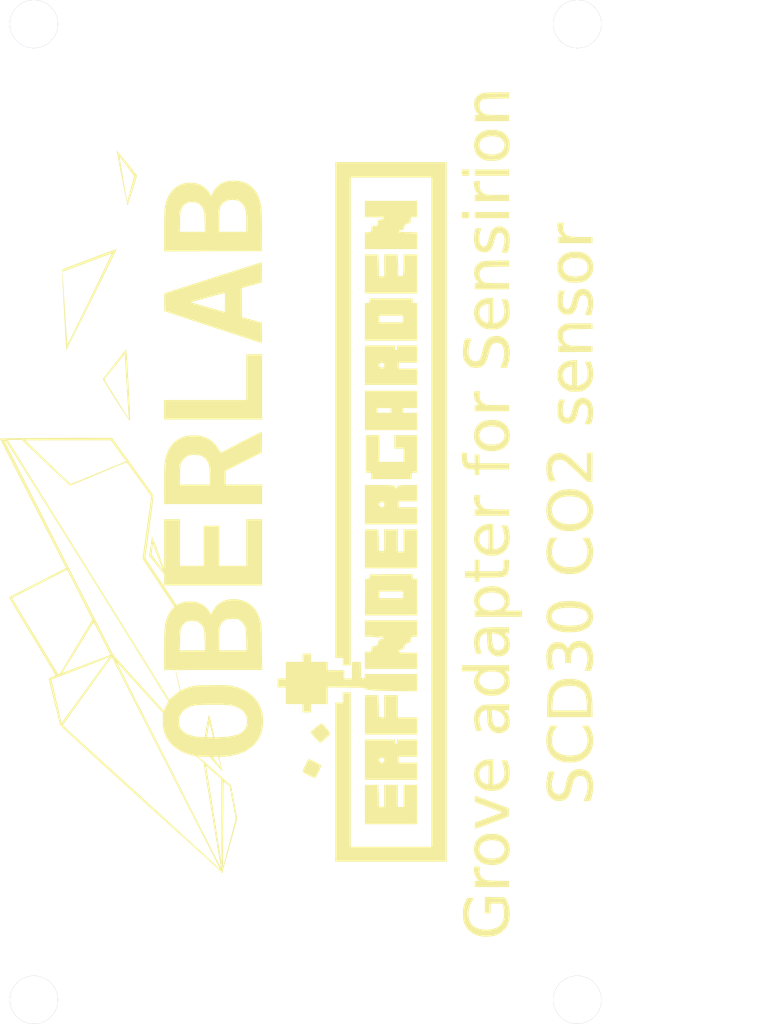
<source format=kicad_pcb>

(kicad_pcb (version 4) (host pcbnew 4.0.7)

	(general
		(links 0)
		(no_connects 0)
		(area 77.052499 41.877835 92.193313 53.630501)
		(thickness 1.6)
		(drawings 8)
		(tracks 0)
		(zones 0)
		(modules 1)
		(nets 1)
	)

	(page A4)
	(layers
		(0 F.Cu signal)
		(31 B.Cu signal)
		(32 B.Adhes user)
		(33 F.Adhes user)
		(34 B.Paste user)
		(35 F.Paste user)
		(36 B.SilkS user)
		(37 F.SilkS user)
		(38 B.Mask user)
		(39 F.Mask user)
		(40 Dwgs.User user)
		(41 Cmts.User user)
		(42 Eco1.User user)
		(43 Eco2.User user)
		(44 Edge.Cuts user)
		(45 Margin user)
		(46 B.CrtYd user)
		(47 F.CrtYd user)
		(48 B.Fab user)
		(49 F.Fab user)
	)

	(setup
		(last_trace_width 0.25)
		(trace_clearance 0.2)
		(zone_clearance 0.508)
		(zone_45_only no)
		(trace_min 0.2)
		(segment_width 0.2)
		(edge_width 0.15)
		(via_size 0.6)
		(via_drill 0.4)
		(via_min_size 0.4)
		(via_min_drill 0.3)
		(uvia_size 0.3)
		(uvia_drill 0.1)
		(uvias_allowed no)
		(uvia_min_size 0.2)
		(uvia_min_drill 0.1)
		(pcb_text_width 0.3)
		(pcb_text_size 1.5 1.5)
		(mod_edge_width 0.15)
		(mod_text_size 1 1)
		(mod_text_width 0.15)
		(pad_size 1.524 1.524)
		(pad_drill 0.762)
		(pad_to_mask_clearance 0.2)
		(aux_axis_origin 0 0)
		(visible_elements FFFFFF7F)
		(pcbplotparams
			(layerselection 0x010f0_80000001)
			(usegerberextensions false)
			(excludeedgelayer true)
			(linewidth 0.100000)
			(plotframeref false)
			(viasonmask false)
			(mode 1)
			(useauxorigin false)
			(hpglpennumber 1)
			(hpglpenspeed 20)
			(hpglpendiameter 15)
			(hpglpenoverlay 2)
			(psnegative false)
			(psa4output false)
			(plotreference true)
			(plotvalue true)
			(plotinvisibletext false)
			(padsonsilk false)
			(subtractmaskfromsilk false)
			(outputformat 1)
			(mirror false)
			(drillshape 1)
			(scaleselection 1)
			(outputdirectory gerbers/))
	)

	(net 0 "")

	(net_class Default "This is the default net class."
		(clearance 0.2)
		(trace_width 0.25)
		(via_dia 0.6)
		(via_drill 0.4)
		(uvia_dia 0.3)
		(uvia_drill 0.1)
	)
(module LOGO (layer F.Cu)
  (at 0 0)
 (fp_text reference "G***" (at 0 0) (layer F.SilkS) hide
  (effects (font (thickness 0.3)))
  )
  (fp_text value "LOGO" (at 0.75 0) (layer F.SilkS) hide
  (effects (font (thickness 0.3)))
  )
)
(module LOGO (layer F.Cu)
  (at 0 0)
 (fp_text reference "G***" (at 0 0) (layer F.SilkS) hide
  (effects (font (thickness 0.3)))
  )
  (fp_text value "LOGO" (at 0.75 0) (layer F.SilkS) hide
  (effects (font (thickness 0.3)))
  )
)
(module LOGO (layer F.Cu)
  (at 0 0)
 (fp_text reference "G***" (at 0 0) (layer F.SilkS) hide
  (effects (font (thickness 0.3)))
  )
  (fp_text value "LOGO" (at 0.75 0) (layer F.SilkS) hide
  (effects (font (thickness 0.3)))
  )
)
(module LOGO (layer F.Cu)
  (at 0 0)
 (fp_text reference "G***" (at 0 0) (layer F.SilkS) hide
  (effects (font (thickness 0.3)))
  )
  (fp_text value "LOGO" (at 0.75 0) (layer F.SilkS) hide
  (effects (font (thickness 0.3)))
  )
)
(module LOGO (layer F.Cu)
  (at 0 0)
 (fp_text reference "G***" (at 0 0) (layer F.SilkS) hide
  (effects (font (thickness 0.3)))
  )
  (fp_text value "LOGO" (at 0.75 0) (layer F.SilkS) hide
  (effects (font (thickness 0.3)))
  )
)
(module LOGO (layer F.Cu)
  (at 0 0)
 (fp_text reference "G***" (at 0 0) (layer F.SilkS) hide
  (effects (font (thickness 0.3)))
  )
  (fp_text value "LOGO" (at 0.75 0) (layer F.SilkS) hide
  (effects (font (thickness 0.3)))
  )
  (fp_poly (pts (xy -8.704791 5.973879) (xy -8.244416 5.979584) (xy -8.164063 6.139100) (xy -8.086097 6.335673) (xy -8.040259 6.546359) (xy -8.026730 6.762239) (xy -8.045697 6.974394) (xy -8.097342 7.173902)
     (xy -8.140590 7.276747) (xy -8.232475 7.419038) (xy -8.357302 7.544370) (xy -8.507045 7.646445) (xy -8.673678 7.718967) (xy -8.722251 7.733114) (xy -8.859176 7.759057) (xy -9.017540 7.773967)
     (xy -9.177628 7.776736) (xy -9.317139 7.766607) (xy -9.525380 7.720118) (xy -9.708194 7.641034) (xy -9.863936 7.530658) (xy -9.990960 7.390296) (xy -10.087620 7.221250) (xy -10.123567 7.127836)
     (xy -10.144691 7.052668) (xy -10.158179 6.972560) (xy -10.165435 6.875287) (xy -10.167861 6.748626) (xy -10.167880 6.741584) (xy -10.165597 6.599163) (xy -10.156181 6.484856) (xy -10.136810 6.384664)
     (xy -10.104661 6.284587) (xy -10.056912 6.170627) (xy -10.049479 6.154209) (xy -9.984400 6.011334) (xy -9.828783 6.011334) (xy -9.753730 6.012695) (xy -9.698533 6.016291) (xy -9.673641 6.021390)
     (xy -9.673166 6.022242) (xy -9.683995 6.044186) (xy -9.712251 6.090683) (xy -9.747995 6.145851) (xy -9.838194 6.312614) (xy -9.897193 6.489789) (xy -9.924712 6.670318) (xy -9.920472 6.847146)
     (xy -9.884194 7.013215) (xy -9.815600 7.161469) (xy -9.789674 7.200052) (xy -9.695585 7.295255) (xy -9.571479 7.370015) (xy -9.424692 7.423817) (xy -9.262557 7.456144) (xy -9.092409 7.466479)
     (xy -8.921582 7.454307) (xy -8.757411 7.419110) (xy -8.607231 7.360372) (xy -8.495565 7.291177) (xy -8.449771 7.243644) (xy -8.398890 7.171511) (xy -8.356816 7.096494) (xy -8.325754 7.030867)
     (xy -8.305543 6.977040) (xy -8.293863 6.922573) (xy -8.288393 6.855028) (xy -8.286813 6.761966) (xy -8.286750 6.720891) (xy -8.289638 6.588151) (xy -8.299122 6.486477) (xy -8.316431 6.404943)
     (xy -8.325493 6.376459) (xy -8.364235 6.265334) (xy -8.911166 6.265334) (xy -8.911166 6.709834) (xy -9.165166 6.709834) (xy -9.165166 5.968175) (xy -8.704791 5.973879) )(layer F.SilkS) (width  0.010000)
  )
  (fp_poly (pts (xy -9.436492 4.573191) (xy -9.396863 4.578393) (xy -9.383270 4.590048) (xy -9.386953 4.609042) (xy -9.415825 4.729063) (xy -9.413350 4.852625) (xy -9.381205 4.967144) (xy -9.327777 5.052674)
     (xy -9.283222 5.100123) (xy -9.238654 5.137532) (xy -9.188390 5.166184) (xy -9.126745 5.187365) (xy -9.048036 5.202356) (xy -8.946578 5.212443) (xy -8.816688 5.218909) (xy -8.652681 5.223037)
     (xy -8.567208 5.224460) (xy -8.064500 5.232069) (xy -8.064500 5.503334) (xy -9.630833 5.503334) (xy -9.630833 5.228167) (xy -9.415918 5.228167) (xy -9.481971 5.172588) (xy -9.555736 5.087208)
     (xy -9.614277 4.974491) (xy -9.652889 4.848104) (xy -9.666864 4.721716) (xy -9.661435 4.651375) (xy -9.648279 4.572000) (xy -9.510291 4.572000) (xy -9.436492 4.573191) )(layer F.SilkS) (width  0.010000)
  )
  (fp_poly (pts (xy -25.328707 -13.769116) (xy -25.176872 -13.560016) (xy -25.032277 -13.360273) (xy -24.896866 -13.172608) (xy -24.772580 -12.999744) (xy -24.661364 -12.844403) (xy -24.565161 -12.709307) (xy -24.485914 -12.597176)
     (xy -24.425565 -12.510735) (xy -24.386060 -12.452703) (xy -24.369340 -12.425803) (xy -24.368953 -12.424781) (xy -24.370085 -12.397743) (xy -24.376669 -12.332332) (xy -24.388252 -12.232093) (xy -24.404379 -12.100572)
     (xy -24.424597 -11.941317) (xy -24.448454 -11.757872) (xy -24.475497 -11.553783) (xy -24.505271 -11.332598) (xy -24.537323 -11.097861) (xy -24.554143 -10.975937) (xy -24.749378 -9.565501) (xy -24.042814 -8.505618)
     (xy -23.916019 -8.315406) (xy -23.796164 -8.135578) (xy -23.685318 -7.969240) (xy -23.585549 -7.819497) (xy -23.498927 -7.689456) (xy -23.427519 -7.582222) (xy -23.373395 -7.500900) (xy -23.338623 -7.448597)
     (xy -23.325278 -7.428427) (xy -23.302195 -7.427965) (xy -23.252331 -7.443474) (xy -23.187695 -7.471049) (xy -23.044498 -7.527752) (xy -22.896454 -7.561955) (xy -22.728958 -7.576609) (xy -22.660104 -7.577666)
     (xy -22.454133 -7.560009) (xy -22.265924 -7.505747) (xy -22.088945 -7.412944) (xy -22.076329 -7.404635) (xy -21.996583 -7.342005) (xy -21.914717 -7.262172) (xy -21.839898 -7.175705) (xy -21.781292 -7.093175)
     (xy -21.748532 -7.026646) (xy -21.728293 -6.990006) (xy -21.706726 -6.994016) (xy -21.687888 -7.037334) (xy -21.685476 -7.047471) (xy -21.659585 -7.115400) (xy -21.611541 -7.200885) (xy -21.549459 -7.291883)
     (xy -21.481451 -7.376352) (xy -21.425016 -7.434050) (xy -21.275822 -7.540707) (xy -21.102089 -7.618180) (xy -20.910474 -7.665901) (xy -20.707634 -7.683303) (xy -20.500224 -7.669819) (xy -20.294900 -7.624883)
     (xy -20.098320 -7.547927) (xy -20.096788 -7.547175) (xy -19.916975 -7.435568) (xy -19.762886 -7.290457) (xy -19.634693 -7.112089) (xy -19.532570 -6.900714) (xy -19.456691 -6.656580) (xy -19.447143 -6.615154)
     (xy -19.437119 -6.566347) (xy -19.428690 -6.515804) (xy -19.421664 -6.459199) (xy -19.415847 -6.392207) (xy -19.411046 -6.310502) (xy -19.407069 -6.209758) (xy -19.403722 -6.085649) (xy -19.400814 -5.933849)
     (xy -19.398151 -5.750034) (xy -19.395539 -5.529876) (xy -19.394507 -5.434541) (xy -19.383991 -4.445000) (xy -21.363648 -4.445000) (xy -21.710982 -4.444892) (xy -22.018117 -4.444551) (xy -22.287188 -4.443948)
     (xy -22.520330 -4.443055) (xy -22.719678 -4.441843) (xy -22.887365 -4.440284) (xy -23.025527 -4.438349) (xy -23.136299 -4.436010) (xy -23.221813 -4.433239) (xy -23.284206 -4.430008) (xy -23.325612 -4.426287)
     (xy -23.348166 -4.422049) (xy -23.353982 -4.418541) (xy -23.363545 -4.402944) (xy -23.366329 -4.418541) (xy -23.379275 -4.430548) (xy -23.419490 -4.438628) (xy -23.491720 -4.443271) (xy -23.600708 -4.444969)
     (xy -23.622000 -4.445000) (xy -23.876000 -4.445000) (xy -23.876000 -5.334000) (xy -23.159912 -5.334000) (xy -22.009695 -5.334000) (xy -22.018378 -5.783791) (xy -22.019197 -5.816991) (xy -21.357166 -5.816991)
     (xy -21.357166 -5.334000) (xy -20.103805 -5.334000) (xy -20.113956 -5.815541) (xy -20.118157 -5.966798) (xy -20.123908 -6.104162) (xy -20.130798 -6.220981) (xy -20.138417 -6.310604) (xy -20.146351 -6.366380)
     (xy -20.148541 -6.374920) (xy -20.202329 -6.492842) (xy -20.283148 -6.605075) (xy -20.379002 -6.696017) (xy -20.413671 -6.719800) (xy -20.463078 -6.748610) (xy -20.506163 -6.767187) (xy -20.554346 -6.777758)
     (xy -20.619046 -6.782551) (xy -20.711684 -6.783794) (xy -20.741755 -6.783811) (xy -20.876948 -6.779380) (xy -20.981076 -6.763583) (xy -21.064755 -6.732443) (xy -21.138602 -6.681986) (xy -21.213236 -6.608236)
     (xy -21.214541 -6.606794) (xy -21.256346 -6.556152) (xy -21.289231 -6.503588) (xy -21.314231 -6.443375) (xy -21.332381 -6.369783) (xy -21.344715 -6.277085) (xy -21.352267 -6.159550) (xy -21.356072 -6.011452)
     (xy -21.357165 -5.827061) (xy -21.357166 -5.816991) (xy -22.019197 -5.816991) (xy -22.022686 -5.958284) (xy -22.029052 -6.096874) (xy -22.038916 -6.205987) (xy -22.053714 -6.292050) (xy -22.074883 -6.361488)
     (xy -22.103862 -6.420728) (xy -22.142086 -6.476197) (xy -22.184645 -6.527140) (xy -22.290558 -6.619187) (xy -22.416121 -6.675467) (xy -22.564517 -6.697292) (xy -22.598336 -6.697627) (xy -22.754964 -6.679361)
     (xy -22.885290 -6.628343) (xy -22.988827 -6.544770) (xy -22.996210 -6.536367) (xy -23.040236 -6.481382) (xy -23.074607 -6.427406) (xy -23.100637 -6.368149) (xy -23.119641 -6.297319) (xy -23.132935 -6.208627)
     (xy -23.141833 -6.095782) (xy -23.147649 -5.952493) (xy -23.151297 -5.794375) (xy -23.159912 -5.334000) (xy -23.876000 -5.334000) (xy -23.876000 -5.352394) (xy -23.875586 -5.604145) (xy -23.874130 -5.818101)
     (xy -23.871309 -5.998793) (xy -23.866801 -6.150753) (xy -23.860284 -6.278513) (xy -23.851435 -6.386605) (xy -23.839933 -6.479560) (xy -23.825456 -6.561910) (xy -23.807680 -6.638186) (xy -23.786284 -6.712922)
     (xy -23.777227 -6.741583) (xy -23.717723 -6.894053) (xy -23.640957 -7.043295) (xy -23.555349 -7.173958) (xy -23.508881 -7.230861) (xy -23.412897 -7.337618) (xy -24.139572 -8.438766) (xy -24.866248 -9.539914)
     (xy -24.663916 -10.969324) (xy -24.461585 -12.398734) (xy -25.003310 -13.147325) (xy -25.117814 -13.305524) (xy -25.225350 -13.454034) (xy -25.323226 -13.589147) (xy -25.408755 -13.707151) (xy -25.479245 -13.804337)
     (xy -25.532008 -13.876994) (xy -25.564353 -13.921413) (xy -25.573059 -13.933257) (xy -25.580775 -13.939819) (xy -25.593770 -13.942757) (xy -25.614861 -13.940990) (xy -25.646860 -13.933433) (xy -25.692584 -13.919006)
     (xy -25.754847 -13.896625) (xy -25.836463 -13.865208) (xy -25.940247 -13.823673) (xy -26.069014 -13.770936) (xy -26.225578 -13.705916) (xy -26.412755 -13.627531) (xy -26.633358 -13.534697) (xy -26.880216 -13.430549)
     (xy -27.100336 -13.337760) (xy -27.309168 -13.250010) (xy -27.503415 -13.168668) (xy -27.679777 -13.095101) (xy -27.834957 -13.030677) (xy -27.965656 -12.976764) (xy -28.068574 -12.934730) (xy -28.140415 -12.905943)
     (xy -28.177878 -12.891771) (xy -28.182477 -12.890500) (xy -28.201249 -12.904738) (xy -28.248141 -12.945908) (xy -28.320671 -13.011697) (xy -28.416353 -13.099790) (xy -28.532702 -13.207872) (xy -28.667235 -13.333629)
     (xy -28.817467 -13.474747) (xy -28.980913 -13.628911) (xy -29.155089 -13.793806) (xy -29.305761 -13.936911) (xy -30.386477 -14.964833) (xy -30.257127 -14.964833) (xy -30.172772 -14.881051) (xy -30.068156 -14.777718)
     (xy -29.947036 -14.659062) (xy -29.812368 -14.527905) (xy -29.667111 -14.387070) (xy -29.514219 -14.239381) (xy -29.356650 -14.087660) (xy -29.197360 -13.934730) (xy -29.039306 -13.783414) (xy -28.885444 -13.636536)
     (xy -28.738731 -13.496917) (xy -28.602123 -13.367382) (xy -28.478577 -13.250752) (xy -28.371050 -13.149851) (xy -28.282498 -13.067502) (xy -28.215878 -13.006528) (xy -28.174146 -12.969752) (xy -28.160402 -12.959632)
     (xy -28.137304 -12.968339) (xy -28.078405 -12.991795) (xy -27.987052 -13.028637) (xy -27.866590 -13.077502) (xy -27.720368 -13.137027) (xy -27.551731 -13.205849) (xy -27.364026 -13.282606) (xy -27.160599 -13.365934)
     (xy -26.944797 -13.454471) (xy -26.877625 -13.482056) (xy -25.617863 -13.999529) (xy -25.840874 -14.307556) (xy -25.924486 -14.422989) (xy -26.010437 -14.541560) (xy -26.091193 -14.652880) (xy -26.159218 -14.746561)
     (xy -26.190953 -14.790208) (xy -26.318021 -14.964833) (xy -30.257127 -14.964833) (xy -30.386477 -14.964833) (xy -30.405916 -14.983322) (xy -30.730799 -14.984661) (xy -31.055681 -14.986000) (xy -31.014812 -14.917208)
     (xy -30.986838 -14.870998) (xy -30.937527 -14.790574) (xy -30.867943 -14.677643) (xy -30.779148 -14.533911) (xy -30.672204 -14.361088) (xy -30.548176 -14.160879) (xy -30.408124 -13.934992) (xy -30.253113 -13.685135)
     (xy -30.084205 -13.413014) (xy -29.902463 -13.120338) (xy -29.708950 -12.808814) (xy -29.504728 -12.480148) (xy -29.290860 -12.136049) (xy -29.068410 -11.778223) (xy -28.838439 -11.408378) (xy -28.602011 -11.028222)
     (xy -28.360188 -10.639461) (xy -28.114034 -10.243804) (xy -27.864611 -9.842956) (xy -27.612981 -9.438627) (xy -27.360208 -9.032522) (xy -27.107355 -8.626350) (xy -26.855483 -8.221818) (xy -26.605657 -7.820633)
     (xy -26.358939 -7.424502) (xy -26.116391 -7.035133) (xy -25.879076 -6.654233) (xy -25.648058 -6.283510) (xy -25.424399 -5.924671) (xy -25.209162 -5.579423) (xy -25.003409 -5.249473) (xy -24.808203 -4.936529)
     (xy -24.624608 -4.642299) (xy -24.453686 -4.368489) (xy -24.296499 -4.116807) (xy -24.154111 -3.888960) (xy -24.027585 -3.686656) (xy -23.917982 -3.511602) (xy -23.826367 -3.365505) (xy -23.753801 -3.250073)
     (xy -23.701348 -3.167013) (xy -23.670071 -3.118032) (xy -23.668782 -3.116048) (xy -23.637323 -3.067679) (xy -23.486786 -3.213261) (xy -23.410381 -3.283949) (xy -23.333464 -3.349771) (xy -23.268358 -3.400369)
     (xy -23.246291 -3.415353) (xy -23.194638 -3.450831) (xy -23.162105 -3.479002) (xy -23.156333 -3.488462) (xy -23.160865 -3.513259) (xy -23.173513 -3.572853) (xy -23.192854 -3.660795) (xy -23.217468 -3.770639)
     (xy -23.245933 -3.895936) (xy -23.252504 -3.924643) (xy -23.281313 -4.052700) (xy -23.306002 -4.167012) (xy -23.325246 -4.261064) (xy -23.337722 -4.328340) (xy -23.342107 -4.362324) (xy -23.341866 -4.364653)
     (xy -23.335378 -4.351145) (xy -23.321019 -4.301930) (xy -23.300230 -4.222595) (xy -23.274457 -4.118731) (xy -23.245143 -3.995923) (xy -23.231833 -3.938790) (xy -23.201387 -3.808092) (xy -23.174045 -3.692504)
     (xy -23.151248 -3.597966) (xy -23.134434 -3.530417) (xy -23.125043 -3.495797) (xy -23.123681 -3.492500) (xy -23.103583 -3.500773) (xy -23.055270 -3.522558) (xy -22.988815 -3.553308) (xy -22.982414 -3.556301)
     (xy -22.899249 -3.590785) (xy -22.792878 -3.628711) (xy -22.681304 -3.663829) (xy -22.636079 -3.676545) (xy -22.577267 -3.691987) (xy -22.524257 -3.704398) (xy -22.471451 -3.714179) (xy -22.413252 -3.721729)
     (xy -22.344064 -3.727447) (xy -22.258290 -3.731731) (xy -22.150334 -3.734980) (xy -22.014598 -3.737594) (xy -21.845486 -3.739972) (xy -21.725651 -3.741451) (xy -21.518996 -3.743550) (xy -21.349271 -3.744268)
     (xy -21.211087 -3.743458) (xy -21.099060 -3.740972) (xy -21.007803 -3.736664) (xy -20.931929 -3.730387) (xy -20.866053 -3.721994) (xy -20.836651 -3.717214) (xy -20.546986 -3.649656) (xy -20.285258 -3.552795)
     (xy -20.052623 -3.427595) (xy -19.850239 -3.275025) (xy -19.679265 -3.096049) (xy -19.540856 -2.891635) (xy -19.436172 -2.662749) (xy -19.388525 -2.508250) (xy -19.358803 -2.345358) (xy -19.344702 -2.160118)
     (xy -19.346245 -1.968879) (xy -19.363451 -1.787989) (xy -19.387448 -1.665806) (xy -19.468531 -1.432694) (xy -19.585985 -1.219756) (xy -19.737655 -1.029620) (xy -19.921388 -0.864915) (xy -20.135029 -0.728266)
     (xy -20.171823 -0.709192) (xy -20.366038 -0.626328) (xy -20.586572 -0.557175) (xy -20.818675 -0.505174) (xy -21.047597 -0.473771) (xy -21.214291 -0.465791) (xy -21.285861 -0.464272) (xy -21.337118 -0.460405)
     (xy -21.357159 -0.455020) (xy -21.357166 -0.454909) (xy -21.352583 -0.431165) (xy -21.340161 -0.375090) (xy -21.321897 -0.295531) (xy -21.303661 -0.217708) (xy -21.282772 -0.123631) (xy -21.267538 -0.043801)
     (xy -21.259624 0.012248) (xy -21.259731 0.033688) (xy -21.255940 0.068316) (xy -21.237571 0.103949) (xy -21.216346 0.146615) (xy -21.213856 0.173319) (xy -21.229365 0.165483) (xy -21.268018 0.130084)
     (xy -21.325502 0.071779) (xy -21.397504 -0.004772) (xy -21.479711 -0.094912) (xy -21.567811 -0.193982) (xy -21.657491 -0.297323) (xy -21.740184 -0.395168) (xy -21.790080 -0.455083) (xy -21.655770 -0.455083)
     (xy -21.470517 -0.207048) (xy -21.404742 -0.120340) (xy -21.347997 -0.048100) (xy -21.304923 0.003962) (xy -21.280160 0.030138) (xy -21.276239 0.031962) (xy -21.277459 0.009092) (xy -21.287566 -0.046249)
     (xy -21.304841 -0.125550) (xy -21.325634 -0.212543) (xy -21.350983 -0.306849) (xy -21.375678 -0.385009) (xy -21.396737 -0.438365) (xy -21.410175 -0.458047) (xy -21.445207 -0.462618) (xy -21.505794 -0.463216)
     (xy -21.546033 -0.461577) (xy -21.655770 -0.455083) (xy -21.790080 -0.455083) (xy -21.795119 -0.461133) (xy -22.060595 -0.468692) (xy -22.326071 -0.476250) (xy -22.206744 -0.366079) (xy -22.147656 -0.313393)
     (xy -22.099805 -0.274153) (xy -22.072059 -0.255558) (xy -22.069806 -0.254954) (xy -22.049393 -0.241076) (xy -22.002807 -0.202945) (xy -21.935095 -0.144896) (xy -21.851304 -0.071268) (xy -21.756481 0.013604)
     (xy -21.741722 0.026942) (xy -21.657280 0.103114) (xy -21.556914 0.193266) (xy -21.445956 0.292648) (xy -21.329738 0.396509) (xy -21.213592 0.500097) (xy -21.102850 0.598661) (xy -21.002844 0.687450)
     (xy -20.918905 0.761713) (xy -20.856366 0.816700) (xy -20.822907 0.845674) (xy -20.815700 0.868863) (xy -20.802082 0.929016) (xy -20.782985 1.021408) (xy -20.759342 1.141311) (xy -20.732084 1.283998)
     (xy -20.702144 1.444743) (xy -20.670452 1.618818) (xy -20.670220 1.620110) (xy -20.533209 2.381250) (xy -20.798604 3.344334) (xy -20.855172 3.549403) (xy -20.910802 3.750674) (xy -20.963969 3.942659)
     (xy -21.013149 4.119871) (xy -21.056817 4.276822) (xy -21.093450 4.408025) (xy -21.121523 4.507992) (xy -21.135988 4.558973) (xy -21.162747 4.656558) (xy -21.183255 4.739345) (xy -21.195582 4.798923)
     (xy -21.197800 4.826883) (xy -21.197560 4.827386) (xy -21.201920 4.851959) (xy -21.208655 4.857537) (xy -21.228832 4.853959) (xy -21.231735 4.843124) (xy -21.247380 4.825510) (xy -21.292521 4.781531)
     (xy -21.365113 4.713057) (xy -21.463108 4.621959) (xy -21.584462 4.510107) (xy -21.727129 4.379371) (xy -21.889063 4.231621) (xy -22.068219 4.068729) (xy -22.262550 3.892564) (xy -22.470010 3.704996)
     (xy -22.688555 3.507897) (xy -22.916138 3.303136) (xy -22.917401 3.302000) (xy -23.262314 2.991846) (xy -23.608501 2.680163) (xy -23.954531 2.368256) (xy -24.298971 2.057430) (xy -24.640391 1.748989)
     (xy -24.977360 1.444239) (xy -25.308444 1.144483) (xy -25.632214 0.851026) (xy -25.947238 0.565174) (xy -26.252084 0.288230) (xy -26.545320 0.021500) (xy -26.825515 -0.233712) (xy -27.091238 -0.476101)
     (xy -27.341057 -0.704363) (xy -27.573541 -0.917192) (xy -27.787257 -1.113285) (xy -27.980776 -1.291336) (xy -28.152664 -1.450041) (xy -28.301491 -1.588095) (xy -28.425825 -1.704193) (xy -28.524234 -1.797031)
     (xy -28.595288 -1.865304) (xy -28.637554 -1.907707) (xy -28.639111 -1.909596) (xy -28.531092 -1.909596) (xy -28.515518 -1.893732) (xy -28.470463 -1.851183) (xy -28.397823 -1.783682) (xy -28.299493 -1.692964)
     (xy -28.177371 -1.580761) (xy -28.033350 -1.448807) (xy -27.869328 -1.298836) (xy -27.687199 -1.132582) (xy -27.488860 -0.951777) (xy -27.276207 -0.758156) (xy -27.051135 -0.553452) (xy -26.815540 -0.339399)
     (xy -26.599633 -0.143419) (xy -26.312533 0.117251) (xy -26.005035 0.396778) (xy -25.682040 0.690688) (xy -25.348447 0.994511) (xy -25.009159 1.303774) (xy -24.669076 1.614007) (xy -24.333098 1.920738)
     (xy -24.006127 2.219495) (xy -23.693063 2.505807) (xy -23.398806 2.775201) (xy -23.128258 3.023207) (xy -22.987000 3.152857) (xy -22.760668 3.360647) (xy -22.543163 3.560232) (xy -22.336505 3.749765)
     (xy -22.142711 3.927400) (xy -21.963800 4.091288) (xy -21.801790 4.239585) (xy -21.658701 4.370442) (xy -21.536551 4.482013) (xy -21.437358 4.572450) (xy -21.363140 4.639908) (xy -21.315917 4.682540)
     (xy -21.297708 4.698497) (xy -21.297573 4.698568) (xy -21.304770 4.680903) (xy -21.328754 4.631416) (xy -21.366674 4.555786) (xy -21.415678 4.459695) (xy -21.472915 4.348822) (xy -21.480679 4.333875)
     (xy -21.576351 4.149462) (xy -21.689696 3.930380) (xy -21.819153 3.679674) (xy -21.963160 3.400384) (xy -22.120157 3.095557) (xy -22.288583 2.768233) (xy -22.466876 2.421457) (xy -22.653477 2.058272)
     (xy -22.846823 1.681721) (xy -23.045354 1.294847) (xy -23.247508 0.900693) (xy -23.451726 0.502304) (xy -23.656445 0.102721) (xy -23.860106 -0.295011) (xy -24.061146 -0.687850) (xy -24.258005 -1.072752)
     (xy -24.449122 -1.446675) (xy -24.632937 -1.806574) (xy -24.807887 -2.149407) (xy -24.972412 -2.472130) (xy -25.071662 -2.667000) (xy -25.221964 -2.962201) (xy -25.366922 -3.246843) (xy -25.505378 -3.518660)
     (xy -25.636179 -3.775388) (xy -25.758168 -4.014759) (xy -25.870191 -4.234509) (xy -25.971092 -4.432372) (xy -26.059716 -4.606083) (xy -26.134907 -4.753376) (xy -26.159758 -4.802013) (xy -26.049900 -4.802013)
     (xy -26.046176 -4.790381) (xy -26.024238 -4.743188) (xy -25.985155 -4.662561) (xy -25.929995 -4.550625) (xy -25.859827 -4.409507) (xy -25.775719 -4.241334) (xy -25.678740 -4.048230) (xy -25.569959 -3.832323)
     (xy -25.450444 -3.595739) (xy -25.321263 -3.340604) (xy -25.183486 -3.069043) (xy -25.038181 -2.783184) (xy -24.886416 -2.485152) (xy -24.822233 -2.359268) (xy -24.638712 -1.999206) (xy -24.441916 -1.612655)
     (xy -24.234818 -1.205475) (xy -24.020389 -0.783525) (xy -23.801601 -0.352663) (xy -23.581426 0.081253) (xy -23.362836 0.512362) (xy -23.148802 0.934807) (xy -22.942297 1.342729) (xy -22.746292 1.730268)
     (xy -22.563759 2.091566) (xy -22.404916 2.406389) (xy -22.259016 2.695722) (xy -22.118478 2.974297) (xy -21.984468 3.239807) (xy -21.858154 3.489945) (xy -21.740703 3.722405) (xy -21.633281 3.934881)
     (xy -21.537055 4.125064) (xy -21.453193 4.290650) (xy -21.382861 4.429331) (xy -21.327226 4.538800) (xy -21.287456 4.616751) (xy -21.264717 4.660877) (xy -21.259543 4.670407) (xy -21.262268 4.649607)
     (xy -21.262831 4.646084) (xy -21.186706 4.646084) (xy -20.891799 3.534834) (xy -20.836110 3.324268) (xy -20.783823 3.125172) (xy -20.735939 2.941454) (xy -20.693460 2.777022) (xy -20.657387 2.635785)
     (xy -20.628722 2.521653) (xy -20.608466 2.438532) (xy -20.597620 2.390334) (xy -20.596029 2.380298) (xy -20.599704 2.349829) (xy -20.610534 2.282934) (xy -20.627600 2.184744) (xy -20.649981 2.060389)
     (xy -20.676757 1.914998) (xy -20.707007 1.753703) (xy -20.732167 1.621479) (xy -20.869168 0.905946) (xy -20.968486 0.818098) (xy -21.044391 0.751448) (xy -21.094439 0.711068) (xy -21.124599 0.695316)
     (xy -21.140840 0.702546) (xy -21.149130 0.731116) (xy -21.153900 0.767028) (xy -21.155661 0.801278) (xy -21.157575 0.874673) (xy -21.159609 0.984023) (xy -21.161728 1.126141) (xy -21.163895 1.297838)
     (xy -21.166075 1.495925) (xy -21.168234 1.717214) (xy -21.170336 1.958516) (xy -21.172346 2.216642) (xy -21.174229 2.488405) (xy -21.175840 2.751667) (xy -21.186706 4.646084) (xy -21.262831 4.646084)
     (xy -21.271252 4.593448) (xy -21.285439 4.508266) (xy -21.303770 4.400400) (xy -21.325189 4.276187) (xy -21.328957 4.254500) (xy -21.351101 4.126145) (xy -21.378796 3.963933) (xy -21.411320 3.772202)
     (xy -21.447949 3.555294) (xy -21.487960 3.317548) (xy -21.530631 3.063304) (xy -21.575238 2.796903) (xy -21.621059 2.522684) (xy -21.667372 2.244988) (xy -21.713453 1.968155) (xy -21.758579 1.696524)
     (xy -21.802028 1.434436) (xy -21.843077 1.186231) (xy -21.881002 0.956249) (xy -21.915082 0.748830) (xy -21.944593 0.568314) (xy -21.968812 0.419041) (xy -21.987017 0.305351) (xy -21.992689 0.269297)
     (xy -22.040473 -0.036896) (xy -21.960701 -0.036896) (xy -21.958227 -0.022572) (xy -21.956860 -0.015174) (xy -21.930816 0.139370) (xy -21.899163 0.330218) (xy -21.862785 0.551843) (xy -21.822567 0.798717)
     (xy -21.779397 1.065313) (xy -21.734158 1.346104) (xy -21.687736 1.635561) (xy -21.641018 1.928158) (xy -21.594888 2.218366) (xy -21.550231 2.500659) (xy -21.507934 2.769508) (xy -21.468882 3.019386)
     (xy -21.433960 3.244765) (xy -21.418106 3.347966) (xy -21.385081 3.563528) (xy -21.354022 3.765914) (xy -21.325509 3.951374) (xy -21.300120 4.116156) (xy -21.278436 4.256510) (xy -21.261035 4.368685)
     (xy -21.248496 4.448928) (xy -21.241398 4.493490) (xy -21.239979 4.501549) (xy -21.239924 4.480339) (xy -21.240042 4.419740) (xy -21.240321 4.322696) (xy -21.240750 4.192152) (xy -21.241319 4.031052)
     (xy -21.242016 3.842340) (xy -21.242831 3.628961) (xy -21.243753 3.393858) (xy -21.244771 3.139977) (xy -21.245873 2.870260) (xy -21.247049 2.587653) (xy -21.247303 2.527435) (xy -21.255607 0.556954)
     (xy -21.547964 0.299825) (xy -21.674338 0.188643) (xy -21.772331 0.102605) (xy -21.845452 0.039008) (xy -21.897207 -0.004847) (xy -21.931103 -0.031664) (xy -21.950645 -0.044143) (xy -21.959343 -0.044987)
     (xy -21.960701 -0.036896) (xy -22.040473 -0.036896) (xy -22.061322 -0.170489) (xy -22.237676 -0.330595) (xy -22.316064 -0.400780) (xy -22.374573 -0.448397) (xy -22.424324 -0.479705) (xy -22.476437 -0.500964)
     (xy -22.542035 -0.518433) (xy -22.590739 -0.529317) (xy -22.859811 -0.605692) (xy -23.104715 -0.711050) (xy -23.322754 -0.843469) (xy -23.511229 -1.001028) (xy -23.667442 -1.181805) (xy -23.787531 -1.381487)
     (xy -23.849364 -1.521272) (xy -23.893101 -1.654528) (xy -23.920869 -1.792594) (xy -23.934796 -1.946813) (xy -23.935908 -2.038075) (xy -23.205904 -2.038075) (xy -23.177828 -1.874422) (xy -23.122161 -1.752046)
     (xy -23.029406 -1.642187) (xy -22.903721 -1.547839) (xy -22.749268 -1.471995) (xy -22.570205 -1.417647) (xy -22.531916 -1.409643) (xy -22.408272 -1.387949) (xy -22.290272 -1.371426) (xy -22.184877 -1.360605)
     (xy -22.099044 -1.356019) (xy -22.039731 -1.358200) (xy -22.013896 -1.367680) (xy -22.013333 -1.369986) (xy -22.013058 -1.372325) (xy -21.921879 -1.372325) (xy -21.905484 -1.361138) (xy -21.863587 -1.355976)
     (xy -21.788045 -1.354670) (xy -21.781926 -1.354666) (xy -21.695548 -1.357428) (xy -21.647106 -1.366193) (xy -21.632514 -1.381125) (xy -21.637711 -1.409758) (xy -21.651656 -1.469490) (xy -21.672096 -1.551762)
     (xy -21.696776 -1.648015) (xy -21.723441 -1.749691) (xy -21.749837 -1.848232) (xy -21.773708 -1.935078) (xy -21.792801 -2.001672) (xy -21.804861 -2.039454) (xy -21.807332 -2.044721) (xy -21.813090 -2.027864)
     (xy -21.823676 -1.976137) (xy -21.837808 -1.896563) (xy -21.854206 -1.796161) (xy -21.862798 -1.740711) (xy -21.880281 -1.628034) (xy -21.896363 -1.528262) (xy -21.909635 -1.449854) (xy -21.918688 -1.401265)
     (xy -21.920915 -1.391708) (xy -21.921879 -1.372325) (xy -22.013058 -1.372325) (xy -22.009577 -1.401829) (xy -21.999193 -1.466635) (xy -21.983512 -1.557343) (xy -21.963862 -1.666889) (xy -21.941574 -1.788209)
     (xy -21.917975 -1.914241) (xy -21.894396 -2.037921) (xy -21.872165 -2.152186) (xy -21.852613 -2.249972) (xy -21.837068 -2.324217) (xy -21.826859 -2.367857) (xy -21.823945 -2.376322) (xy -21.815194 -2.361583)
     (xy -21.798898 -2.311209) (xy -21.776612 -2.230911) (xy -21.749891 -2.126397) (xy -21.720291 -2.003378) (xy -21.708617 -1.952989) (xy -21.677296 -1.816841) (xy -21.647870 -1.689771) (xy -21.622108 -1.579354)
     (xy -21.601781 -1.493167) (xy -21.588657 -1.438785) (xy -21.586711 -1.431057) (xy -21.565594 -1.348697) (xy -21.244422 -1.360224) (xy -20.973108 -1.378789) (xy -20.739800 -1.414063) (xy -20.543323 -1.466717)
     (xy -20.382505 -1.537422) (xy -20.256173 -1.626849) (xy -20.163155 -1.735669) (xy -20.102278 -1.864553) (xy -20.072368 -2.014171) (xy -20.070950 -2.031479) (xy -20.077044 -2.203345) (xy -20.121116 -2.356578)
     (xy -20.202979 -2.490869) (xy -20.322448 -2.605909) (xy -20.469263 -2.696412) (xy -20.548653 -2.734442) (xy -20.623573 -2.765537) (xy -20.699369 -2.790383) (xy -20.781385 -2.809665) (xy -20.874964 -2.824068)
     (xy -20.985452 -2.834278) (xy -21.118193 -2.840980) (xy -21.278531 -2.844859) (xy -21.471810 -2.846601) (xy -21.642916 -2.846916) (xy -21.862656 -2.846369) (xy -22.045457 -2.844294) (xy -22.196706 -2.840039)
     (xy -22.321788 -2.832954) (xy -22.426090 -2.822389) (xy -22.514997 -2.807692) (xy -22.593896 -2.788213) (xy -22.668172 -2.763301) (xy -22.743212 -2.732305) (xy -22.797416 -2.707425) (xy -22.947632 -2.615196)
     (xy -23.065600 -2.497743) (xy -23.149309 -2.359469) (xy -23.196747 -2.204779) (xy -23.205904 -2.038075) (xy -23.935908 -2.038075) (xy -23.937011 -2.128524) (xy -23.936132 -2.173540) (xy -23.928916 -2.473831)
     (xy -24.966083 -3.610053) (xy -25.136809 -3.797147) (xy -25.300043 -3.976152) (xy -25.453407 -4.144453) (xy -25.594521 -4.299433) (xy -25.721006 -4.438475) (xy -25.830484 -4.558963) (xy -25.920576 -4.658280)
     (xy -25.988901 -4.733810) (xy -26.033081 -4.782937) (xy -26.049900 -4.802013) (xy -26.159758 -4.802013) (xy -26.195510 -4.871984) (xy -26.240370 -4.959644) (xy -26.268331 -5.014089) (xy -26.278234 -5.033048)
     (xy -26.291205 -5.017505) (xy -26.326719 -4.970489) (xy -26.382658 -4.894936) (xy -26.456906 -4.793782) (xy -26.547343 -4.669962) (xy -26.651853 -4.526413) (xy -26.768319 -4.366070) (xy -26.894622 -4.191869)
     (xy -27.028645 -4.006746) (xy -27.168271 -3.813638) (xy -27.311381 -3.615479) (xy -27.455859 -3.415206) (xy -27.599587 -3.215755) (xy -27.740447 -3.020061) (xy -27.876322 -2.831061) (xy -28.005094 -2.651689)
     (xy -28.124646 -2.484883) (xy -28.232860 -2.333578) (xy -28.327618 -2.200709) (xy -28.406803 -2.089213) (xy -28.468297 -2.002026) (xy -28.509984 -1.942083) (xy -28.529744 -1.912321) (xy -28.531092 -1.909596)
     (xy -28.639111 -1.909596) (xy -28.649797 -1.922559) (xy -28.655476 -1.949533) (xy -28.670552 -2.013473) (xy -28.694023 -2.110310) (xy -28.724882 -2.235976) (xy -28.762127 -2.386401) (xy -28.804752 -2.557517)
     (xy -28.851753 -2.745253) (xy -28.902126 -2.945542) (xy -28.911333 -2.982055) (xy -28.961984 -3.183966) (xy -29.009100 -3.373943) (xy -29.051714 -3.547936) (xy -29.088860 -3.701897) (xy -29.119572 -3.831775)
     (xy -29.142883 -3.933522) (xy -29.156888 -3.998724) (xy -29.055048 -3.998724) (xy -28.973922 -3.666237) (xy -28.950043 -3.567150) (xy -28.920864 -3.444110) (xy -28.887598 -3.302403) (xy -28.851454 -3.147318)
     (xy -28.813646 -2.984142) (xy -28.775386 -2.818163) (xy -28.737884 -2.654667) (xy -28.702353 -2.498942) (xy -28.670005 -2.356276) (xy -28.642051 -2.231956) (xy -28.619703 -2.131270) (xy -28.604173 -2.059504)
     (xy -28.596673 -2.021947) (xy -28.596166 -2.017981) (xy -28.594842 -2.013459) (xy -28.589798 -2.014871) (xy -28.579430 -2.024368) (xy -28.562133 -2.044098) (xy -28.536300 -2.076211) (xy -28.500328 -2.122855)
     (xy -28.452610 -2.186181) (xy -28.391542 -2.268338) (xy -28.315517 -2.371474) (xy -28.222932 -2.497738) (xy -28.112180 -2.649281) (xy -27.981657 -2.828252) (xy -27.829756 -3.036799) (xy -27.654874 -3.277071)
     (xy -27.621332 -3.323166) (xy -27.467446 -3.534643) (xy -27.317088 -3.741255) (xy -27.172698 -3.939653) (xy -27.036714 -4.126487) (xy -26.911574 -4.298407) (xy -26.799718 -4.452061) (xy -26.703585 -4.584100)
     (xy -26.625612 -4.691173) (xy -26.568240 -4.769930) (xy -26.539758 -4.809001) (xy -26.374598 -5.035419) (xy -26.506424 -4.985319) (xy -26.550283 -4.968482) (xy -26.629598 -4.937855) (xy -26.740369 -4.894989)
     (xy -26.878596 -4.841434) (xy -27.040278 -4.778741) (xy -27.221415 -4.708462) (xy -27.418008 -4.632147) (xy -27.626057 -4.551347) (xy -27.791833 -4.486938) (xy -28.003107 -4.404860) (xy -28.203738 -4.326959)
     (xy -28.390050 -4.254661) (xy -28.558367 -4.189390) (xy -28.705014 -4.132569) (xy -28.826313 -4.085625) (xy -28.918590 -4.049980) (xy -28.978168 -4.027060) (xy -29.000232 -4.018690) (xy -29.055048 -3.998724)
     (xy -29.156888 -3.998724) (xy -29.157826 -4.003088) (xy -29.163437 -4.036424) (xy -29.163379 -4.038277) (xy -29.141628 -4.061258) (xy -29.090554 -4.090931) (xy -29.021110 -4.120957) (xy -29.019500 -4.121558)
     (xy -28.948040 -4.149564) (xy -28.892510 -4.173935) (xy -28.864840 -4.189432) (xy -28.864756 -4.189514) (xy -28.872027 -4.210350) (xy -28.899416 -4.263757) (xy -28.944898 -4.346222) (xy -29.006446 -4.454235)
     (xy -29.082035 -4.584287) (xy -29.169639 -4.732867) (xy -29.267232 -4.896464) (xy -29.372790 -5.071568) (xy -29.392160 -5.103511) (xy -29.560551 -5.381170) (xy -29.726221 -5.654754) (xy -29.887749 -5.921894)
     (xy -30.043712 -6.180218) (xy -30.192690 -6.427357) (xy -30.333262 -6.660941) (xy -30.464006 -6.878600) (xy -30.583501 -7.077965) (xy -30.690325 -7.256664) (xy -30.783058 -7.412328) (xy -30.860279 -7.542587)
     (xy -30.920565 -7.645071) (xy -30.962496 -7.717410) (xy -30.972517 -7.735424) (xy -30.857655 -7.735424) (xy -30.848197 -7.716734) (xy -30.818472 -7.664968) (xy -30.770304 -7.583165) (xy -30.705514 -7.474362)
     (xy -30.625926 -7.341597) (xy -30.533361 -7.187907) (xy -30.429642 -7.016331) (xy -30.316593 -6.829907) (xy -30.196035 -6.631672) (xy -30.157571 -6.568539) (xy -30.021596 -6.345384) (xy -29.881970 -6.116105)
     (xy -29.741999 -5.886140) (xy -29.604989 -5.660927) (xy -29.474247 -5.445903) (xy -29.353080 -5.246507) (xy -29.244794 -5.068177) (xy -29.152697 -4.916350) (xy -29.094762 -4.820708) (xy -29.008391 -4.678797)
     (xy -28.928603 -4.549230) (xy -28.858103 -4.436282) (xy -28.799595 -4.344227) (xy -28.755786 -4.277339) (xy -28.729381 -4.239893) (xy -28.722982 -4.233333) (xy -28.696461 -4.246015) (xy -28.664997 -4.270375)
     (xy -28.645498 -4.296155) (xy -28.631955 -4.316703) (xy -28.541875 -4.316703) (xy -28.532157 -4.310951) (xy -28.498378 -4.319287) (xy -28.433594 -4.342475) (xy -28.416981 -4.348708) (xy -28.369381 -4.366565)
     (xy -28.286665 -4.397529) (xy -28.173374 -4.439901) (xy -28.034052 -4.491985) (xy -27.873243 -4.552081) (xy -27.695488 -4.618492) (xy -27.505330 -4.689520) (xy -27.307314 -4.763467) (xy -27.305415 -4.764176)
     (xy -26.332324 -5.127522) (xy -26.711877 -5.871053) (xy -26.795845 -6.034527) (xy -26.874426 -6.185566) (xy -26.945445 -6.320136) (xy -27.006730 -6.434202) (xy -27.056104 -6.523731) (xy -27.091395 -6.584687)
     (xy -27.110427 -6.613037) (xy -27.112584 -6.614583) (xy -27.128050 -6.597113) (xy -27.162734 -6.547396) (xy -27.214050 -6.469471) (xy -27.279412 -6.367377) (xy -27.356234 -6.245153) (xy -27.441929 -6.106838)
     (xy -27.532728 -5.958416) (xy -27.640975 -5.780861) (xy -27.756993 -5.591374) (xy -27.875309 -5.398841) (xy -27.990450 -5.212145) (xy -28.096940 -5.040173) (xy -28.189307 -4.891808) (xy -28.222611 -4.838612)
     (xy -28.302325 -4.711343) (xy -28.375336 -4.594364) (xy -28.438382 -4.492934) (xy -28.488200 -4.412316) (xy -28.521526 -4.357770) (xy -28.534479 -4.335780) (xy -28.541875 -4.316703) (xy -28.631955 -4.316703)
     (xy -28.607089 -4.354428) (xy -28.552258 -4.441160) (xy -28.483491 -4.552316) (xy -28.403276 -4.683861) (xy -28.314098 -4.831760) (xy -28.218446 -4.991977) (xy -28.172534 -5.069416) (xy -28.062285 -5.255259)
     (xy -27.946865 -5.448871) (xy -27.830706 -5.642882) (xy -27.718242 -5.829917) (xy -27.613906 -6.002605) (xy -27.522131 -6.153573) (xy -27.447350 -6.275448) (xy -27.447060 -6.275916) (xy -27.371184 -6.399545)
     (xy -27.303283 -6.511812) (xy -27.246401 -6.607551) (xy -27.203583 -6.681593) (xy -27.177874 -6.728769) (xy -27.171651 -6.743402) (xy -27.180857 -6.764288) (xy -27.207290 -6.818882) (xy -27.248927 -6.903189)
     (xy -27.303746 -7.013215) (xy -27.369723 -7.144966) (xy -27.444835 -7.294447) (xy -27.527058 -7.457664) (xy -27.614369 -7.630621) (xy -27.704745 -7.809324) (xy -27.796163 -7.989779) (xy -27.886598 -8.167992)
     (xy -27.974029 -8.339966) (xy -28.056431 -8.501709) (xy -28.131782 -8.649225) (xy -28.198058 -8.778520) (xy -28.253235 -8.885599) (xy -28.295291 -8.966467) (xy -28.322202 -9.017131) (xy -28.331483 -9.033252)
     (xy -28.350241 -9.024607) (xy -28.402856 -8.998464) (xy -28.485570 -8.956752) (xy -28.594630 -8.901401) (xy -28.726278 -8.834340) (xy -28.876759 -8.757499) (xy -29.042318 -8.672807) (xy -29.219198 -8.582195)
     (xy -29.403643 -8.487590) (xy -29.591899 -8.390924) (xy -29.780208 -8.294126) (xy -29.964816 -8.199124) (xy -30.141967 -8.107850) (xy -30.307904 -8.022231) (xy -30.458872 -7.944199) (xy -30.591115 -7.875681)
     (xy -30.700877 -7.818609) (xy -30.784403 -7.774911) (xy -30.837936 -7.746518) (xy -30.857655 -7.735424) (xy -30.972517 -7.735424) (xy -30.984650 -7.757234) (xy -30.987890 -7.764411) (xy -30.969473 -7.776116)
     (xy -30.916289 -7.805286) (xy -30.831384 -7.850346) (xy -30.717800 -7.909723) (xy -30.578585 -7.981842) (xy -30.416780 -8.065132) (xy -30.235432 -8.158017) (xy -30.037585 -8.258926) (xy -29.826283 -8.366283)
     (xy -29.680848 -8.439949) (xy -29.462434 -8.550704) (xy -29.255568 -8.656100) (xy -29.063282 -8.754559) (xy -28.888610 -8.844506) (xy -28.734584 -8.924363) (xy -28.604238 -8.992553) (xy -28.500604 -9.047501)
     (xy -28.426717 -9.087629) (xy -28.385608 -9.111361) (xy -28.377907 -9.117283) (xy -28.387845 -9.137615) (xy -28.416058 -9.193583) (xy -28.461507 -9.283153) (xy -28.523152 -9.404289) (xy -28.599954 -9.554958)
     (xy -28.690873 -9.733126) (xy -28.794869 -9.936757) (xy -28.910904 -10.163817) (xy -29.037937 -10.412272) (xy -29.174929 -10.680087) (xy -29.320841 -10.965229) (xy -29.474633 -11.265661) (xy -29.635265 -11.579351)
     (xy -29.801698 -11.904264) (xy -29.886491 -12.069756) (xy -30.055538 -12.399708) (xy -30.219374 -12.719575) (xy -30.376955 -13.027311) (xy -30.527235 -13.320871) (xy -30.669169 -13.598212) (xy -30.801712 -13.857289)
     (xy -30.923818 -14.096058) (xy -31.034442 -14.312473) (xy -31.132539 -14.504490) (xy -31.217064 -14.670065) (xy -31.286972 -14.807154) (xy -31.341217 -14.913711) (xy -31.351497 -14.933972) (xy -31.192872 -14.933972)
     (xy -31.190119 -14.906625) (xy -31.177117 -14.878730) (xy -31.146021 -14.815420) (xy -31.097811 -14.718621) (xy -31.033467 -14.590258) (xy -30.953969 -14.432257) (xy -30.860298 -14.246542) (xy -30.753434 -14.035040)
     (xy -30.634357 -13.799675) (xy -30.504047 -13.542372) (xy -30.363485 -13.265057) (xy -30.213651 -12.969656) (xy -30.055526 -12.658093) (xy -29.890088 -12.332294) (xy -29.718320 -11.994184) (xy -29.541200 -11.645688)
     (xy -29.359710 -11.288732) (xy -29.174829 -10.925241) (xy -28.987538 -10.557141) (xy -28.798818 -10.186356) (xy -28.609647 -9.814811) (xy -28.421007 -9.444433) (xy -28.233878 -9.077147) (xy -28.049239 -8.714877)
     (xy -27.868072 -8.359550) (xy -27.691357 -8.013090) (xy -27.520074 -7.677422) (xy -27.355202 -7.354473) (xy -27.197724 -7.046166) (xy -27.048617 -6.754429) (xy -26.908864 -6.481185) (xy -26.779444 -6.228360)
     (xy -26.661337 -5.997880) (xy -26.555524 -5.791670) (xy -26.462984 -5.611654) (xy -26.384699 -5.459759) (xy -26.321649 -5.337910) (xy -26.274813 -5.248032) (xy -26.245172 -5.192049) (xy -26.233706 -5.171889)
     (xy -26.233703 -5.171886) (xy -26.209947 -5.145000) (xy -26.208215 -5.132724) (xy -26.195423 -5.115303) (xy -26.156703 -5.069424) (xy -26.094623 -4.997935) (xy -26.011752 -4.903686) (xy -25.910657 -4.789525)
     (xy -25.793906 -4.658302) (xy -25.664067 -4.512864) (xy -25.523708 -4.356062) (xy -25.375396 -4.190744) (xy -25.221700 -4.019758) (xy -25.065186 -3.845954) (xy -24.908424 -3.672181) (xy -24.753980 -3.501287)
     (xy -24.604423 -3.336122) (xy -24.462321 -3.179533) (xy -24.330241 -3.034371) (xy -24.210751 -2.903484) (xy -24.106418 -2.789721) (xy -24.019812 -2.695931) (xy -23.953499 -2.624962) (xy -23.910048 -2.579664)
     (xy -23.892026 -2.562885) (xy -23.891875 -2.562848) (xy -23.877550 -2.578211) (xy -23.876000 -2.590765) (xy -23.866950 -2.621323) (xy -23.842565 -2.679917) (xy -23.806987 -2.756996) (xy -23.779548 -2.813036)
     (xy -23.683095 -3.005709) (xy -25.105058 -5.296979) (xy -25.267892 -5.559214) (xy -25.451058 -5.853930) (xy -25.652435 -6.177721) (xy -25.869898 -6.527183) (xy -26.101327 -6.898909) (xy -26.344597 -7.289494)
     (xy -26.597586 -7.695532) (xy -26.858172 -8.113619) (xy -27.124231 -8.540348) (xy -27.393641 -8.972313) (xy -27.664278 -9.406110) (xy -27.934021 -9.838333) (xy -28.200747 -10.265576) (xy -28.462332 -10.684434)
     (xy -28.716654 -11.091501) (xy -28.825683 -11.265958) (xy -29.109016 -11.719119) (xy -29.370719 -12.137355) (xy -29.611465 -12.521726) (xy -29.831928 -12.873288) (xy -30.032779 -13.193101) (xy -30.214692 -13.482222)
     (xy -30.378339 -13.741709) (xy -30.524394 -13.972620) (xy -30.653529 -14.176013) (xy -30.766416 -14.352948) (xy -30.863730 -14.504480) (xy -30.946142 -14.631669) (xy -31.014325 -14.735573) (xy -31.068952 -14.817249)
     (xy -31.110696 -14.877757) (xy -31.140230 -14.918153) (xy -31.158227 -14.939496) (xy -31.164270 -14.943666) (xy -31.192872 -14.933972) (xy -31.351497 -14.933972) (xy -31.378754 -14.987692) (xy -31.398537 -15.027053)
     (xy -31.401437 -15.033089) (xy -31.396020 -15.037262) (xy -31.375131 -15.041055) (xy -31.336843 -15.044495) (xy -31.279229 -15.047606) (xy -31.200361 -15.050416) (xy -31.098312 -15.052950) (xy -30.971154 -15.055235)
     (xy -30.816960 -15.057296) (xy -30.633802 -15.059159) (xy -30.419754 -15.060850) (xy -30.172887 -15.062395) (xy -29.891274 -15.063821) (xy -29.572988 -15.065153) (xy -29.216102 -15.066417) (xy -28.845103 -15.067563)
     (xy -26.278416 -15.075043) (xy -25.328707 -13.769116) )(layer F.SilkS) (width  0.010000)
  )
  (fp_poly (pts (xy -8.730114 3.080296) (xy -8.644835 3.082898) (xy -8.581776 3.089007) (xy -8.530883 3.100071) (xy -8.482099 3.117539) (xy -8.432431 3.139590) (xy -8.285247 3.229180) (xy -8.168934 3.345271)
     (xy -8.085551 3.483346) (xy -8.037157 3.638888) (xy -8.025813 3.807382) (xy -8.051252 3.975419) (xy -8.111357 4.132775) (xy -8.203066 4.263261) (xy -8.324480 4.365882) (xy -8.473699 4.439645)
     (xy -8.648823 4.483556) (xy -8.847953 4.496622) (xy -9.023735 4.484139) (xy -9.203470 4.443313) (xy -9.356682 4.371302) (xy -9.481331 4.271454) (xy -9.575380 4.147121) (xy -9.636790 4.001650)
     (xy -9.663521 3.838392) (xy -9.660059 3.776780) (xy -9.422435 3.776780) (xy -9.413143 3.878058) (xy -9.384395 3.960653) (xy -9.383637 3.961962) (xy -9.311255 4.051063) (xy -9.211803 4.127263)
     (xy -9.100515 4.179206) (xy -9.086564 4.183418) (xy -8.963493 4.204527) (xy -8.823062 4.207133) (xy -8.681422 4.192461) (xy -8.554725 4.161740) (xy -8.497739 4.138679) (xy -8.389275 4.065527)
     (xy -8.312623 3.971849) (xy -8.269439 3.864573) (xy -8.261377 3.750626) (xy -8.290094 3.636939) (xy -8.353469 3.534868) (xy -8.446175 3.454457) (xy -8.563488 3.397665) (xy -8.697374 3.364043)
     (xy -8.839796 3.353143) (xy -8.982719 3.364517) (xy -9.118108 3.397716) (xy -9.237927 3.452292) (xy -9.334141 3.527797) (xy -9.382815 3.592294) (xy -9.412312 3.675349) (xy -9.422435 3.776780)
     (xy -9.660059 3.776780) (xy -9.653536 3.660694) (xy -9.617301 3.509005) (xy -9.561151 3.394075) (xy -9.471924 3.285557) (xy -9.358759 3.193034) (xy -9.266777 3.141329) (xy -9.210145 3.116295)
     (xy -9.161169 3.099151) (xy -9.109733 3.088412) (xy -9.045719 3.082589) (xy -8.959011 3.080198) (xy -8.847666 3.079750) (xy -8.730114 3.080296) )(layer F.SilkS) (width  0.010000)
  )
  (fp_poly (pts (xy -10.922000 4.339167) (xy -16.023166 4.339167) (xy -16.023166 -2.942166) (xy -15.684500 -2.942166) (xy -15.684500 -3.407833) (xy -15.324666 -3.407833) (xy -15.324666 3.661834) (xy -11.620500 3.661834)
     (xy -11.620500 -27.008666) (xy -15.324666 -27.008666) (xy -15.324666 -4.656666) (xy -15.684500 -4.656666) (xy -15.684500 -4.995333) (xy -16.023166 -4.995333) (xy -16.023166 -27.707166) (xy -10.922000 -27.707166)
     (xy -10.922000 4.339167) )(layer F.SilkS) (width  0.010000)
  )
  (fp_poly (pts (xy -9.579953 1.341012) (xy -9.519487 1.361647) (xy -9.428459 1.394002) (xy -9.311382 1.436439) (xy -9.172767 1.487320) (xy -9.017128 1.545009) (xy -8.848979 1.607868) (xy -8.826500 1.616310)
     (xy -8.075083 1.898654) (xy -8.075083 2.268867) (xy -8.805333 2.542853) (xy -8.973474 2.605781) (xy -9.130595 2.664282) (xy -9.271934 2.716608) (xy -9.392727 2.761006) (xy -9.488212 2.795726)
     (xy -9.553624 2.819018) (xy -9.584202 2.829130) (xy -9.584233 2.829138) (xy -9.609830 2.833607) (xy -9.623840 2.824989) (xy -9.629016 2.794754) (xy -9.628107 2.734370) (xy -9.626567 2.697826)
     (xy -9.620250 2.554215) (xy -9.006416 2.325280) (xy -8.853852 2.268390) (xy -8.713907 2.216224) (xy -8.591551 2.170635) (xy -8.491754 2.133472) (xy -8.419484 2.106587) (xy -8.379711 2.091831)
     (xy -8.373776 2.089653) (xy -8.388174 2.080980) (xy -8.437784 2.059508) (xy -8.518077 2.027022) (xy -8.624522 1.985307) (xy -8.752591 1.936147) (xy -8.897753 1.881327) (xy -8.987609 1.847785)
     (xy -9.620250 1.612609) (xy -9.626509 1.473054) (xy -9.627689 1.393104) (xy -9.621643 1.348782) (xy -9.607423 1.333850) (xy -9.605342 1.333733) (xy -9.579953 1.341012) )(layer F.SilkS) (width  0.010000)
  )
  (fp_poly (pts (xy -14.047336 1.082823) (xy -14.041435 1.215646) (xy -14.036787 1.364158) (xy -14.034011 1.506174) (xy -14.033500 1.580240) (xy -14.033500 1.820334) (xy -13.972646 1.820334) (xy -13.905047 1.824775)
     (xy -13.845646 1.833563) (xy -13.779500 1.846792) (xy -13.779500 0.825500) (xy -13.165666 0.825500) (xy -13.165666 1.841500) (xy -12.890500 1.841500) (xy -12.890500 0.825500) (xy -12.276666 0.825500)
     (xy -12.276666 2.624667) (xy -14.668500 2.624667) (xy -14.668500 0.825500) (xy -14.061172 0.825500) (xy -14.047336 1.082823) )(layer F.SilkS) (width  0.010000)
  )
  (fp_poly (pts (xy -4.666271 0.119594) (xy -4.535924 0.158024) (xy -4.430812 0.225052) (xy -4.345655 0.323681) (xy -4.297778 0.407624) (xy -4.241399 0.563277) (xy -4.210198 0.744593) (xy -4.204310 0.943101)
     (xy -4.223869 1.150329) (xy -4.269011 1.357808) (xy -4.281887 1.401043) (xy -4.330270 1.555750) (xy -4.482885 1.561969) (xy -4.557088 1.563903) (xy -4.611366 1.563240) (xy -4.635188 1.560142)
     (xy -4.635500 1.559605) (xy -4.627393 1.537556) (xy -4.606009 1.487342) (xy -4.575748 1.419261) (xy -4.571597 1.410087) (xy -4.503631 1.230711) (xy -4.462831 1.056093) (xy -4.448935 0.891367)
     (xy -4.461682 0.741667) (xy -4.500810 0.612126) (xy -4.566056 0.507879) (xy -4.620164 0.457714) (xy -4.694835 0.424469) (xy -4.788310 0.412532) (xy -4.882856 0.421898) (xy -4.960739 0.452562)
     (xy -4.968335 0.457829) (xy -5.045701 0.540456) (xy -5.107779 0.661919) (xy -5.154168 0.821429) (xy -5.155039 0.825500) (xy -5.203019 1.027653) (xy -5.254214 1.191074) (xy -5.311415 1.319359)
     (xy -5.377415 1.416108) (xy -5.455007 1.484918) (xy -5.546983 1.529387) (xy -5.656134 1.553114) (xy -5.723956 1.558603) (xy -5.807462 1.559531) (xy -5.880770 1.555554) (xy -5.926804 1.547814)
     (xy -6.067340 1.481071) (xy -6.180537 1.382700) (xy -6.265583 1.254061) (xy -6.321666 1.096518) (xy -6.347974 0.911433) (xy -6.350000 0.837741) (xy -6.333207 0.581907) (xy -6.283521 0.345968)
     (xy -6.273126 0.312209) (xy -6.240764 0.211667) (xy -6.104882 0.211667) (xy -6.035298 0.213565) (xy -5.986299 0.218525) (xy -5.969000 0.225030) (xy -5.975463 0.249621) (xy -5.992826 0.304706)
     (xy -6.018047 0.380807) (xy -6.034616 0.429498) (xy -6.081117 0.601220) (xy -6.101519 0.764637) (xy -6.096344 0.913941) (xy -6.066111 1.043326) (xy -6.011340 1.146987) (xy -5.966047 1.195153)
     (xy -5.875228 1.248039) (xy -5.778291 1.265154) (xy -5.684551 1.247879) (xy -5.603328 1.197594) (xy -5.553335 1.134016) (xy -5.529657 1.078615) (xy -5.502511 0.994675) (xy -5.475876 0.895328)
     (xy -5.460551 0.827892) (xy -5.416941 0.641969) (xy -5.370631 0.493103) (xy -5.318758 0.376019) (xy -5.258460 0.285441) (xy -5.186873 0.216095) (xy -5.101134 0.162704) (xy -5.098949 0.161609)
     (xy -5.026806 0.130190) (xy -4.958167 0.113255) (xy -4.874443 0.107053) (xy -4.827136 0.106763) (xy -4.666271 0.119594) )(layer F.SilkS) (width  0.010000)
  )
  (fp_poly (pts (xy -8.784166 0.820035) (xy -8.694208 0.803162) (xy -8.544758 0.758983) (xy -8.427891 0.688261) (xy -8.342647 0.590282) (xy -8.303999 0.512305) (xy -8.268685 0.363630) (xy -8.268495 0.192617)
     (xy -8.303303 0.000372) (xy -8.372981 -0.212000) (xy -8.392583 -0.260371) (xy -8.397420 -0.280858) (xy -8.384584 -0.291496) (xy -8.345856 -0.294493) (xy -8.274384 -0.292121) (xy -8.140244 -0.285750)
     (xy -8.088655 -0.127000) (xy -8.055610 0.009353) (xy -8.036891 0.162620) (xy -8.032613 0.319934) (xy -8.042892 0.468431) (xy -8.067841 0.595244) (xy -8.081822 0.636680) (xy -8.163681 0.789493)
     (xy -8.276809 0.914691) (xy -8.418489 1.009894) (xy -8.577495 1.070503) (xy -8.696911 1.090985) (xy -8.837278 1.097884) (xy -8.979487 1.091294) (xy -9.104427 1.071308) (xy -9.117962 1.067850)
     (xy -9.235850 1.029627) (xy -9.329621 0.981197) (xy -9.417490 0.912057) (xy -9.461680 0.869669) (xy -9.556302 0.752885) (xy -9.618859 0.620916) (xy -9.651945 0.466783) (xy -9.657983 0.356708)
     (xy -9.422750 0.356708) (xy -9.405985 0.472350) (xy -9.370407 0.579329) (xy -9.318090 0.663376) (xy -9.317818 0.663684) (xy -9.275133 0.697850) (xy -9.209528 0.736414) (xy -9.136176 0.771897)
     (xy -9.070253 0.796818) (xy -9.032875 0.804127) (xy -9.020382 0.801294) (xy -9.011049 0.789086) (xy -9.004419 0.762178) (xy -9.000038 0.715243) (xy -8.997451 0.642955) (xy -8.996203 0.539989)
     (xy -8.995840 0.401020) (xy -8.995833 0.370417) (xy -8.995833 -0.063500) (xy -9.060384 -0.063500) (xy -9.155357 -0.044921) (xy -9.251496 0.005171) (xy -9.336053 0.078306) (xy -9.391544 0.156501)
     (xy -9.418628 0.246669) (xy -9.422750 0.356708) (xy -9.657983 0.356708) (xy -9.658973 0.338667) (xy -9.647626 0.178456) (xy -9.610327 0.045738) (xy -9.543864 -0.067703) (xy -9.468112 -0.149567)
     (xy -9.367210 -0.230193) (xy -9.263026 -0.284723) (xy -9.143517 -0.317721) (xy -8.996643 -0.333752) (xy -8.979958 -0.334599) (xy -8.784166 -0.343716) (xy -8.784166 0.820035) )(layer F.SilkS) (width  0.010000)
  )
  (fp_poly (pts (xy -13.292666 -1.166758) (xy -13.283209 -1.102277) (xy -13.259049 -1.057516) (xy -13.226506 -1.041499) (xy -13.208927 -1.047177) (xy -13.195496 -1.074969) (xy -13.187660 -1.128891) (xy -13.186833 -1.154832)
     (xy -13.186833 -1.248833) (xy -12.276666 -1.248833) (xy -12.276666 -0.465666) (xy -13.123333 -0.465666) (xy -13.123333 -0.190500) (xy -12.276666 -0.190500) (xy -12.276666 0.592667) (xy -14.668500 0.592667)
     (xy -14.668500 -0.324100) (xy -14.012333 -0.324100) (xy -13.996341 -0.250105) (xy -13.954343 -0.202925) (xy -13.895310 -0.187361) (xy -13.828211 -0.208214) (xy -13.813753 -0.217802) (xy -13.787783 -0.253298)
     (xy -13.782234 -0.313325) (xy -13.783249 -0.328927) (xy -13.790518 -0.383109) (xy -13.808977 -0.408264) (xy -13.851490 -0.417667) (xy -13.870935 -0.419407) (xy -13.950383 -0.413966) (xy -13.997350 -0.381639)
     (xy -14.012333 -0.324100) (xy -14.668500 -0.324100) (xy -14.668500 -1.248833) (xy -13.292666 -1.248833) (xy -13.292666 -1.166758) )(layer F.SilkS) (width  0.010000)
  )
  (fp_poly (pts (xy -17.220323 -0.346967) (xy -17.171458 -0.328224) (xy -17.100487 -0.296055) (xy -17.015891 -0.254884) (xy -16.926147 -0.209134) (xy -16.839735 -0.163227) (xy -16.765133 -0.121586) (xy -16.710821 -0.088634)
     (xy -16.685276 -0.068794) (xy -16.684539 -0.067485) (xy -16.687354 -0.033223) (xy -16.707042 0.027845) (xy -16.739475 0.107406) (xy -16.780530 0.197148) (xy -16.826083 0.288757) (xy -16.872007 0.373919)
     (xy -16.914179 0.444321) (xy -16.948474 0.491651) (xy -16.969909 0.507673) (xy -16.995259 0.499393) (xy -17.049643 0.477464) (xy -17.123570 0.445790) (xy -17.166166 0.426950) (xy -17.293850 0.366701)
     (xy -17.397877 0.311118) (xy -17.473862 0.262893) (xy -17.517414 0.224717) (xy -17.526266 0.206110) (xy -17.517505 0.178464) (xy -17.493265 0.120533) (xy -17.456918 0.039936) (xy -17.411836 -0.055707)
     (xy -17.395215 -0.090099) (xy -17.342368 -0.197276) (xy -17.303471 -0.271361) (xy -17.274848 -0.317752) (xy -17.252824 -0.341844) (xy -17.233725 -0.349037) (xy -17.220323 -0.346967) )(layer F.SilkS) (width  0.010000)
  )
  (fp_poly (pts (xy -5.924639 -1.882557) (xy -5.868595 -1.879183) (xy -5.842669 -1.874389) (xy -5.842000 -1.873433) (xy -5.853846 -1.852413) (xy -5.884594 -1.808426) (xy -5.919010 -1.762308) (xy -5.987283 -1.666841)
     (xy -6.034145 -1.582152) (xy -6.063424 -1.495897) (xy -6.078949 -1.395738) (xy -6.084547 -1.269333) (xy -6.084856 -1.227666) (xy -6.084449 -1.120754) (xy -6.081379 -1.045228) (xy -6.073742 -0.990148)
     (xy -6.059636 -0.944574) (xy -6.037159 -0.897564) (xy -6.022891 -0.871374) (xy -5.976989 -0.799090) (xy -5.925944 -0.734132) (xy -5.895891 -0.703949) (xy -5.764400 -0.618298) (xy -5.604930 -0.556913)
     (xy -5.425382 -0.521597) (xy -5.233659 -0.514149) (xy -5.109361 -0.524686) (xy -4.955565 -0.553074) (xy -4.831510 -0.595332) (xy -4.725562 -0.656364) (xy -4.650054 -0.718266) (xy -4.553827 -0.834583)
     (xy -4.489119 -0.972925) (xy -4.455936 -1.127048) (xy -4.454284 -1.290711) (xy -4.484167 -1.457672) (xy -4.545593 -1.621687) (xy -4.638566 -1.776516) (xy -4.649086 -1.790581) (xy -4.681109 -1.835856)
     (xy -4.698148 -1.866286) (xy -4.699000 -1.869956) (xy -4.679628 -1.876814) (xy -4.628671 -1.881775) (xy -4.556870 -1.883825) (xy -4.551725 -1.883833) (xy -4.404451 -1.883833) (xy -4.351325 -1.793181)
     (xy -4.266129 -1.606577) (xy -4.216855 -1.401006) (xy -4.204381 -1.181248) (xy -4.214529 -1.047750) (xy -4.258789 -0.846869) (xy -4.337745 -0.668535) (xy -4.449096 -0.515345) (xy -4.590544 -0.389896)
     (xy -4.759788 -0.294784) (xy -4.931833 -0.237777) (xy -5.057703 -0.216300) (xy -5.204783 -0.204330) (xy -5.352827 -0.202812) (xy -5.478501 -0.212261) (xy -5.682193 -0.255228) (xy -5.857328 -0.325621)
     (xy -6.009709 -0.426140) (xy -6.084947 -0.494266) (xy -6.198015 -0.636429) (xy -6.280726 -0.802502) (xy -6.332404 -0.986212) (xy -6.352374 -1.181285) (xy -6.339962 -1.381448) (xy -6.294492 -1.580428)
     (xy -6.221183 -1.760432) (xy -6.158890 -1.883833) (xy -6.000445 -1.883833) (xy -5.924639 -1.882557) )(layer F.SilkS) (width  0.010000)
  )
  (fp_poly (pts (xy -16.629270 -1.976039) (xy -16.588386 -1.938259) (xy -16.530329 -1.874905) (xy -16.450828 -1.782018) (xy -16.449059 -1.779914) (xy -16.379485 -1.694981) (xy -16.321053 -1.619524) (xy -16.278740 -1.560290)
     (xy -16.257523 -1.524028) (xy -16.256000 -1.518193) (xy -16.271096 -1.495985) (xy -16.311702 -1.453009) (xy -16.370791 -1.395585) (xy -16.441340 -1.330030) (xy -16.516322 -1.262662) (xy -16.588712 -1.199800)
     (xy -16.651485 -1.147762) (xy -16.697616 -1.112867) (xy -16.719498 -1.101340) (xy -16.744942 -1.113266) (xy -16.766580 -1.128149) (xy -16.795756 -1.155543) (xy -16.843082 -1.205505) (xy -16.902375 -1.270912)
     (xy -16.967454 -1.344636) (xy -17.032135 -1.419552) (xy -17.090236 -1.488535) (xy -17.135574 -1.544458) (xy -17.161966 -1.580195) (xy -17.166166 -1.588690) (xy -17.150652 -1.606767) (xy -17.108815 -1.645081)
     (xy -17.047714 -1.697834) (xy -16.974409 -1.759230) (xy -16.895960 -1.823472) (xy -16.819425 -1.884764) (xy -16.751864 -1.937308) (xy -16.700337 -1.975308) (xy -16.676600 -1.990699) (xy -16.657251 -1.992200)
     (xy -16.629270 -1.976039) )(layer F.SilkS) (width  0.010000)
  )
  (fp_poly (pts (xy -14.047336 -3.023510) (xy -14.041443 -2.891169) (xy -14.036799 -2.743601) (xy -14.034018 -2.602770) (xy -14.033500 -2.528863) (xy -14.033500 -2.291539) (xy -13.954125 -2.278419) (xy -13.887796 -2.269481)
     (xy -13.831597 -2.265137) (xy -13.827125 -2.265066) (xy -13.779500 -2.264833) (xy -13.779500 -3.280833) (xy -13.165666 -3.280833) (xy -13.165666 -2.264833) (xy -12.276666 -2.264833) (xy -12.276666 -1.481666)
     (xy -14.668500 -1.481666) (xy -14.668500 -3.280833) (xy -14.061172 -3.280833) (xy -14.047336 -3.023510) )(layer F.SilkS) (width  0.010000)
  )
  (fp_poly (pts (xy -8.064500 -2.603500) (xy -8.277640 -2.603500) (xy -8.205493 -2.540154) (xy -8.119795 -2.438473) (xy -8.063897 -2.309337) (xy -8.037196 -2.151098) (xy -8.034540 -2.074333) (xy -8.042679 -1.937080)
     (xy -8.070196 -1.828648) (xy -8.121327 -1.738324) (xy -8.200258 -1.655442) (xy -8.303324 -1.591132) (xy -8.428520 -1.554088) (xy -8.564256 -1.545981) (xy -8.698943 -1.568480) (xy -8.730844 -1.578992)
     (xy -8.842022 -1.641651) (xy -8.933502 -1.738732) (xy -8.998979 -1.861577) (xy -9.018444 -1.920049) (xy -9.032589 -1.984983) (xy -9.042612 -2.065656) (xy -9.049716 -2.171347) (xy -9.054434 -2.290244)
     (xy -9.064512 -2.601406) (xy -9.130714 -2.589284) (xy -9.243959 -2.550774) (xy -9.329200 -2.481492) (xy -9.386821 -2.380851) (xy -9.417206 -2.248260) (xy -9.422512 -2.140563) (xy -9.410995 -1.985444)
     (xy -9.377025 -1.851998) (xy -9.376108 -1.849466) (xy -9.342771 -1.758437) (xy -9.324362 -1.700414) (xy -9.323090 -1.668027) (xy -9.341162 -1.653905) (xy -9.380784 -1.650679) (xy -9.435546 -1.651000)
     (xy -9.562696 -1.651000) (xy -9.610681 -1.825625) (xy -9.644873 -1.988745) (xy -9.660216 -2.153403) (xy -9.656707 -2.308718) (xy -9.634345 -2.443807) (xy -9.610826 -2.513056) (xy -9.565225 -2.593815)
     (xy -9.554128 -2.608346) (xy -8.854329 -2.608346) (xy -8.841910 -2.345506) (xy -8.830710 -2.188122) (xy -8.812717 -2.067154) (xy -8.786183 -1.976986) (xy -8.749361 -1.912002) (xy -8.700504 -1.866586)
     (xy -8.691006 -1.860487) (xy -8.599613 -1.827148) (xy -8.496882 -1.824572) (xy -8.401015 -1.853197) (xy -8.400452 -1.853487) (xy -8.344280 -1.901780) (xy -8.296094 -1.976950) (xy -8.264073 -2.063541)
     (xy -8.255583 -2.127250) (xy -8.274535 -2.260817) (xy -8.332788 -2.378691) (xy -8.391263 -2.446302) (xy -8.457340 -2.500712) (xy -8.531506 -2.540278) (xy -8.624849 -2.569446) (xy -8.748455 -2.592660)
     (xy -8.761039 -2.594550) (xy -8.854329 -2.608346) (xy -9.554128 -2.608346) (xy -9.503821 -2.674218) (xy -9.471696 -2.707430) (xy -9.423312 -2.749042) (xy -9.374678 -2.782236) (xy -9.320430 -2.807949)
     (xy -9.255203 -2.827115) (xy -9.173632 -2.840671) (xy -9.070354 -2.849550) (xy -8.940004 -2.854689) (xy -8.777217 -2.857023) (xy -8.610991 -2.857500) (xy -8.064500 -2.857500) (xy -8.064500 -2.603500) )(layer F.SilkS) (width  0.010000)
  )
  (fp_poly (pts (xy -5.097371 -4.023454) (xy -4.889808 -3.983343) (xy -4.715862 -3.919269) (xy -4.572787 -3.828940) (xy -4.457838 -3.710069) (xy -4.368269 -3.560365) (xy -4.301332 -3.377540) (xy -4.295025 -3.354528)
     (xy -4.278712 -3.285893) (xy -4.266106 -3.213238) (xy -4.256505 -3.128836) (xy -4.249209 -3.024956) (xy -4.243517 -2.893871) (xy -4.238924 -2.735791) (xy -4.227740 -2.286000) (xy -6.307666 -2.286000)
     (xy -6.307413 -2.582333) (xy -6.080837 -2.582333) (xy -4.481907 -2.582333) (xy -4.492909 -2.873375) (xy -4.506364 -3.069449) (xy -4.531935 -3.229465) (xy -4.571905 -3.358541) (xy -4.628560 -3.461796)
     (xy -4.704182 -3.544346) (xy -4.801057 -3.611310) (xy -4.828903 -3.626236) (xy -4.979483 -3.682903) (xy -5.151417 -3.714036) (xy -5.332288 -3.719630) (xy -5.509682 -3.699679) (xy -5.671182 -3.654179)
     (xy -5.732965 -3.626597) (xy -5.836338 -3.559858) (xy -5.918285 -3.473719) (xy -5.980691 -3.363897) (xy -6.025439 -3.226109) (xy -6.054413 -3.056072) (xy -6.068959 -2.862791) (xy -6.080837 -2.582333)
     (xy -6.307413 -2.582333) (xy -6.307299 -2.714625) (xy -6.305469 -2.906781) (xy -6.299645 -3.064150) (xy -6.288784 -3.194174) (xy -6.271841 -3.304297) (xy -6.247771 -3.401960) (xy -6.215530 -3.494606)
     (xy -6.189089 -3.557018) (xy -6.116908 -3.677750) (xy -6.016413 -3.791438) (xy -5.899459 -3.886797) (xy -5.777901 -3.952543) (xy -5.770686 -3.955312) (xy -5.600724 -4.002895) (xy -5.409496 -4.029392)
     (xy -5.213346 -4.033149) (xy -5.097371 -4.023454) )(layer F.SilkS) (width  0.010000)
  )
  (fp_poly (pts (xy -17.145000 -4.804833) (xy -16.383000 -4.804833) (xy -16.383000 -4.423833) (xy -15.621000 -4.423833) (xy -15.621000 -4.042833) (xy -15.261166 -4.042833) (xy -15.261166 -4.804833) (xy -14.859000 -4.804833)
     (xy -14.856890 -4.482041) (xy -14.855409 -4.337038) (xy -14.852248 -4.228967) (xy -14.846088 -4.152429) (xy -14.835610 -4.102023) (xy -14.819495 -4.072352) (xy -14.796426 -4.058014) (xy -14.765083 -4.053610)
     (xy -14.752212 -4.053416) (xy -14.708014 -4.055549) (xy -14.685672 -4.069403) (xy -14.676332 -4.106166) (xy -14.672632 -4.153958) (xy -14.666180 -4.254500) (xy -12.276666 -4.254500) (xy -12.276666 -3.465784)
     (xy -13.266208 -3.477842) (xy -13.538368 -3.481553) (xy -13.771508 -3.485719) (xy -13.968939 -3.490591) (xy -14.133975 -3.496418) (xy -14.269928 -3.503452) (xy -14.380109 -3.511944) (xy -14.467832 -3.522144)
     (xy -14.536410 -3.534303) (xy -14.589153 -3.548672) (xy -14.629376 -3.565501) (xy -14.657916 -3.583186) (xy -14.674874 -3.595009) (xy -14.693418 -3.604699) (xy -14.717751 -3.612510) (xy -14.752080 -3.618698)
     (xy -14.800608 -3.623515) (xy -14.867542 -3.627217) (xy -14.957086 -3.630057) (xy -15.073444 -3.632290) (xy -15.220823 -3.634170) (xy -15.403426 -3.635951) (xy -15.552208 -3.637256) (xy -16.383000 -3.644429)
     (xy -16.383000 -2.878666) (xy -17.145000 -2.878666) (xy -17.145000 -2.497666) (xy -17.526000 -2.497666) (xy -17.526000 -2.878666) (xy -18.288000 -2.878666) (xy -18.288000 -3.640666) (xy -18.669000 -3.640666)
     (xy -18.669000 -4.042833) (xy -18.288000 -4.042833) (xy -18.288000 -4.804833) (xy -17.526000 -4.804833) (xy -17.526000 -5.185833) (xy -17.145000 -5.185833) (xy -17.145000 -4.804833) )(layer F.SilkS) (width  0.010000)
  )
  (fp_poly (pts (xy -8.064500 -4.381500) (xy -8.258248 -4.381500) (xy -8.194773 -4.328089) (xy -8.111389 -4.232211) (xy -8.058357 -4.109582) (xy -8.034954 -3.958303) (xy -8.033602 -3.905250) (xy -8.035778 -3.812289)
     (xy -8.044628 -3.744943) (xy -8.063831 -3.686599) (xy -8.096286 -3.622055) (xy -8.189027 -3.496763) (xy -8.315646 -3.394637) (xy -8.463438 -3.321771) (xy -8.575371 -3.291658) (xy -8.712974 -3.272832)
     (xy -8.860934 -3.265967) (xy -9.003938 -3.271741) (xy -9.126674 -3.290830) (xy -9.132361 -3.292236) (xy -9.298150 -3.352109) (xy -9.438889 -3.439865) (xy -9.549841 -3.551885) (xy -9.616440 -3.661833)
     (xy -9.653901 -3.787227) (xy -9.661452 -3.924834) (xy -9.660473 -3.931486) (xy -9.432274 -3.931486) (xy -9.404975 -3.829637) (xy -9.347265 -3.735367) (xy -9.260540 -3.654160) (xy -9.146196 -3.591504)
     (xy -9.018684 -3.555118) (xy -8.918285 -3.545828) (xy -8.798889 -3.547726) (xy -8.678826 -3.559526) (xy -8.576425 -3.579943) (xy -8.550775 -3.587947) (xy -8.425482 -3.650681) (xy -8.334062 -3.738630)
     (xy -8.297273 -3.799541) (xy -8.261942 -3.915936) (xy -8.265542 -4.030522) (xy -8.304845 -4.137647) (xy -8.376623 -4.231659) (xy -8.477647 -4.306907) (xy -8.604690 -4.357738) (xy -8.618002 -4.361093)
     (xy -8.707196 -4.374250) (xy -8.821091 -4.378968) (xy -8.911196 -4.376508) (xy -9.015315 -4.367883) (xy -9.093077 -4.353439) (xy -9.160409 -4.329355) (xy -9.209447 -4.304939) (xy -9.317749 -4.227640)
     (xy -9.390057 -4.135973) (xy -9.427767 -4.035427) (xy -9.432274 -3.931486) (xy -9.660473 -3.931486) (xy -9.641077 -4.063234) (xy -9.594764 -4.191006) (xy -9.524497 -4.296730) (xy -9.502047 -4.319669)
     (xy -9.435856 -4.381500) (xy -10.223500 -4.381500) (xy -10.223500 -4.656666) (xy -8.064500 -4.656666) (xy -8.064500 -4.381500) )(layer F.SilkS) (width  0.010000)
  )
  (fp_poly (pts (xy -4.679604 -5.748418) (xy -4.536344 -5.696574) (xy -4.417880 -5.610726) (xy -4.324705 -5.491376) (xy -4.257311 -5.339023) (xy -4.216192 -5.154168) (xy -4.212062 -5.121419) (xy -4.205222 -5.015141)
     (xy -4.205880 -4.896299) (xy -4.213210 -4.779055) (xy -4.226382 -4.677572) (xy -4.241768 -4.613649) (xy -4.253469 -4.574490) (xy -4.269847 -4.514179) (xy -4.275437 -4.492625) (xy -4.298465 -4.402666)
     (xy -4.588246 -4.402666) (xy -4.537327 -4.528729) (xy -4.488811 -4.685508) (xy -4.463535 -4.850994) (xy -4.461650 -5.014183) (xy -4.483306 -5.164068) (xy -4.526950 -5.286341) (xy -4.595298 -5.377955)
     (xy -4.686328 -5.440110) (xy -4.791116 -5.471507) (xy -4.900739 -5.470852) (xy -5.006272 -5.436846) (xy -5.097752 -5.369272) (xy -5.164695 -5.273816) (xy -5.207406 -5.149223) (xy -5.226753 -4.992558)
     (xy -5.228166 -4.928469) (xy -5.228166 -4.762500) (xy -5.482166 -4.762500) (xy -5.482166 -4.967484) (xy -5.490822 -5.125493) (xy -5.517911 -5.246868) (xy -5.565120 -5.333852) (xy -5.634134 -5.388690)
     (xy -5.726639 -5.413626) (xy -5.817268 -5.413672) (xy -5.892789 -5.403272) (xy -5.943604 -5.382589) (xy -5.987251 -5.344084) (xy -5.992416 -5.338383) (xy -6.051697 -5.246686) (xy -6.085602 -5.130112)
     (xy -6.095882 -4.991425) (xy -6.089756 -4.891897) (xy -6.073381 -4.773214) (xy -6.050005 -4.653741) (xy -6.022878 -4.551842) (xy -6.013158 -4.523882) (xy -5.991214 -4.466166) (xy -6.263701 -4.466166)
     (xy -6.284600 -4.545541) (xy -6.332171 -4.790104) (xy -6.347778 -5.033914) (xy -6.346020 -5.102217) (xy -6.338995 -5.203279) (xy -6.326474 -5.279332) (xy -6.304170 -5.347685) (xy -6.267797 -5.425645)
     (xy -6.264145 -5.432826) (xy -6.192542 -5.551152) (xy -6.113714 -5.632727) (xy -6.019461 -5.683125) (xy -5.901582 -5.707918) (xy -5.853934 -5.711542) (xy -5.709532 -5.706436) (xy -5.593054 -5.673367)
     (xy -5.498720 -5.609995) (xy -5.441297 -5.544329) (xy -5.403869 -5.486730) (xy -5.379934 -5.438547) (xy -5.375398 -5.420782) (xy -5.366691 -5.416936) (xy -5.345558 -5.444931) (xy -5.330682 -5.471583)
     (xy -5.247665 -5.599117) (xy -5.148107 -5.688785) (xy -5.027677 -5.743224) (xy -4.882041 -5.765067) (xy -4.847166 -5.765760) (xy -4.679604 -5.748418) )(layer F.SilkS) (width  0.010000)
  )
  (fp_poly (pts (xy -12.276666 -5.969000) (xy -12.399433 -5.969000) (xy -12.470630 -5.964849) (xy -12.525933 -5.954137) (xy -12.547600 -5.943600) (xy -12.562871 -5.908301) (xy -12.571927 -5.848677) (xy -12.573000 -5.819192)
     (xy -12.578892 -5.745308) (xy -12.602592 -5.700451) (xy -12.653136 -5.674246) (xy -12.710583 -5.661217) (xy -12.783416 -5.643494) (xy -12.825289 -5.615942) (xy -12.847553 -5.567260) (xy -12.857486 -5.514965)
     (xy -12.874756 -5.440632) (xy -12.905446 -5.398401) (xy -12.960055 -5.378144) (xy -13.005041 -5.372619) (xy -13.072382 -5.357148) (xy -13.112085 -5.328274) (xy -13.119227 -5.292385) (xy -13.092829 -5.258677)
     (xy -13.068315 -5.247246) (xy -13.026360 -5.238891) (xy -12.961422 -5.233216) (xy -12.867958 -5.229827) (xy -12.740426 -5.228329) (xy -12.664204 -5.228166) (xy -12.276666 -5.228166) (xy -12.276666 -4.487333)
     (xy -14.668500 -4.487333) (xy -14.668500 -5.268566) (xy -14.525816 -5.274824) (xy -14.383133 -5.281083) (xy -14.368357 -5.384870) (xy -14.351859 -5.460874) (xy -14.323727 -5.503466) (xy -14.275148 -5.521475)
     (xy -14.229291 -5.524176) (xy -14.152882 -5.542513) (xy -14.099292 -5.596237) (xy -14.069199 -5.684651) (xy -14.068460 -5.689111) (xy -14.047084 -5.767492) (xy -14.007449 -5.815875) (xy -13.940056 -5.843266)
     (xy -13.897459 -5.851246) (xy -13.826258 -5.866672) (xy -13.791826 -5.885144) (xy -13.796326 -5.904929) (xy -13.816663 -5.915937) (xy -13.851078 -5.922653) (xy -13.919146 -5.930540) (xy -14.012226 -5.938984)
     (xy -14.121677 -5.947367) (xy -14.238855 -5.955075) (xy -14.355119 -5.961492) (xy -14.461828 -5.966001) (xy -14.546791 -5.967961) (xy -14.668500 -5.969000) (xy -14.668500 -6.709833) (xy -12.276666 -6.709833)
     (xy -12.276666 -5.969000) )(layer F.SilkS) (width  0.010000)
  )
  (fp_poly (pts (xy -8.064500 -6.117166) (xy -8.259926 -6.117166) (xy -8.181323 -6.030162) (xy -8.108003 -5.934823) (xy -8.061340 -5.835088) (xy -8.034926 -5.715568) (xy -8.029124 -5.664563) (xy -8.031022 -5.508107)
     (xy -8.065420 -5.367597) (xy -8.129821 -5.248476) (xy -8.221725 -5.156186) (xy -8.278569 -5.121108) (xy -8.363534 -5.091223) (xy -8.469391 -5.072412) (xy -8.576566 -5.066873) (xy -8.665487 -5.076806)
     (xy -8.667750 -5.077388) (xy -8.795413 -5.128600) (xy -8.895739 -5.206092) (xy -8.920240 -5.234889) (xy -8.965277 -5.301798) (xy -8.998807 -5.373079) (xy -9.022731 -5.456829) (xy -9.038950 -5.561142)
     (xy -9.049365 -5.694112) (xy -9.054099 -5.804958) (xy -9.058765 -5.932801) (xy -9.064715 -6.023293) (xy -9.074786 -6.081389) (xy -9.091814 -6.112043) (xy -9.108638 -6.117166) (xy -8.847666 -6.117166)
     (xy -8.847247 -5.963708) (xy -8.842656 -5.834203) (xy -8.830633 -5.707022) (xy -8.812766 -5.593102) (xy -8.790642 -5.503380) (xy -8.774596 -5.462957) (xy -8.726015 -5.405964) (xy -8.653432 -5.360008)
     (xy -8.575178 -5.335861) (xy -8.555945 -5.334482) (xy -8.502915 -5.342328) (xy -8.440700 -5.361987) (xy -8.437791 -5.363185) (xy -8.353009 -5.420124) (xy -8.293362 -5.504908) (xy -8.262056 -5.609168)
     (xy -8.262298 -5.724536) (xy -8.275852 -5.785796) (xy -8.327651 -5.889418) (xy -8.412405 -5.980169) (xy -8.521329 -6.052247) (xy -8.645636 -6.099847) (xy -8.776542 -6.117166) (xy -8.847666 -6.117166)
     (xy -9.108638 -6.117166) (xy -9.118635 -6.120210) (xy -9.158088 -6.110845) (xy -9.213009 -6.088901) (xy -9.215973 -6.087662) (xy -9.302621 -6.029572) (xy -9.367021 -5.940443) (xy -9.408169 -5.825855)
     (xy -9.425058 -5.691387) (xy -9.416686 -5.542619) (xy -9.382045 -5.385130) (xy -9.356187 -5.309109) (xy -9.332981 -5.247208) (xy -9.317422 -5.204088) (xy -9.313344 -5.191125) (xy -9.332551 -5.188302)
     (xy -9.382373 -5.186382) (xy -9.437118 -5.185833) (xy -9.560902 -5.185833) (xy -9.596619 -5.296422) (xy -9.643728 -5.488557) (xy -9.662895 -5.680437) (xy -9.653831 -5.861764) (xy -9.616874 -6.020463)
     (xy -9.551811 -6.147257) (xy -9.454784 -6.247132) (xy -9.325215 -6.320528) (xy -9.162523 -6.367881) (xy -9.155136 -6.369273) (xy -9.097133 -6.376044) (xy -9.004955 -6.382030) (xy -8.886759 -6.386919)
     (xy -8.750702 -6.390404) (xy -8.604939 -6.392174) (xy -8.547446 -6.392333) (xy -8.064500 -6.392333) (xy -8.064500 -6.117166) )(layer F.SilkS) (width  0.010000)
  )
  (fp_poly (pts (xy -5.084393 -7.592788) (xy -4.918482 -7.575543) (xy -4.772984 -7.544388) (xy -4.637532 -7.497350) (xy -4.555137 -7.459880) (xy -4.419191 -7.376431) (xy -4.318888 -7.275510) (xy -4.251902 -7.153106)
     (xy -4.215905 -7.005204) (xy -4.207885 -6.861273) (xy -4.227977 -6.697612) (xy -4.284888 -6.554286) (xy -4.377886 -6.432085) (xy -4.506241 -6.331797) (xy -4.669221 -6.254210) (xy -4.809719 -6.212341)
     (xy -4.912650 -6.194364) (xy -5.044149 -6.180778) (xy -5.190622 -6.172157) (xy -5.338476 -6.169074) (xy -5.474118 -6.172102) (xy -5.572026 -6.180205) (xy -5.785425 -6.221622) (xy -5.965694 -6.287181)
     (xy -6.112158 -6.376274) (xy -6.224140 -6.488293) (xy -6.300967 -6.622628) (xy -6.341963 -6.778671) (xy -6.349071 -6.880688) (xy -6.343378 -6.936709) (xy -6.106996 -6.936709) (xy -6.104813 -6.821079)
     (xy -6.063382 -6.717707) (xy -5.984729 -6.629444) (xy -5.870883 -6.559140) (xy -5.824901 -6.539978) (xy -5.696691 -6.504465) (xy -5.538714 -6.480450) (xy -5.362071 -6.468383) (xy -5.177860 -6.468712)
     (xy -4.997181 -6.481886) (xy -4.866645 -6.501217) (xy -4.758895 -6.531127) (xy -4.653879 -6.576933) (xy -4.564706 -6.631834) (xy -4.504484 -6.689030) (xy -4.504386 -6.689163) (xy -4.457598 -6.786153)
     (xy -4.445520 -6.894191) (xy -4.467076 -7.001708) (xy -4.521191 -7.097133) (xy -4.544666 -7.122700) (xy -4.623000 -7.183214) (xy -4.721277 -7.229455) (xy -4.844890 -7.262881) (xy -4.999232 -7.284955)
     (xy -5.188502 -7.297092) (xy -5.431994 -7.296876) (xy -5.638383 -7.276868) (xy -5.807598 -7.237094) (xy -5.939566 -7.177584) (xy -6.034215 -7.098365) (xy -6.091471 -6.999467) (xy -6.106996 -6.936709)
     (xy -6.343378 -6.936709) (xy -6.331869 -7.049950) (xy -6.278147 -7.197856) (xy -6.188333 -7.323716) (xy -6.062855 -7.426837) (xy -5.983761 -7.471192) (xy -5.850695 -7.526246) (xy -5.706021 -7.564598)
     (xy -5.540907 -7.587842) (xy -5.346521 -7.597575) (xy -5.281083 -7.598098) (xy -5.084393 -7.592788) )(layer F.SilkS) (width  0.010000)
  )
  (fp_poly (pts (xy -8.656168 -8.264285) (xy -8.493895 -8.229948) (xy -8.353201 -8.169966) (xy -8.226440 -8.081915) (xy -8.220191 -8.076614) (xy -8.126851 -7.975952) (xy -8.067296 -7.859754) (xy -8.038709 -7.721224)
     (xy -8.035181 -7.630583) (xy -8.043661 -7.497378) (xy -8.069507 -7.392528) (xy -8.117069 -7.304103) (xy -8.181604 -7.229141) (xy -8.256411 -7.154333) (xy -7.471833 -7.154333) (xy -7.471833 -6.879166)
     (xy -9.630833 -6.879166) (xy -9.630833 -7.154333) (xy -9.434942 -7.154333) (xy -9.519504 -7.246072) (xy -9.592653 -7.342166) (xy -9.637258 -7.445841) (xy -9.657712 -7.569473) (xy -9.658050 -7.579208)
     (xy -9.427586 -7.579208) (xy -9.410805 -7.453781) (xy -9.356966 -7.348645) (xy -9.266317 -7.264087) (xy -9.139107 -7.200393) (xy -9.081546 -7.181808) (xy -8.977274 -7.163995) (xy -8.851657 -7.159963)
     (xy -8.720884 -7.168735) (xy -8.601144 -7.189334) (xy -8.519391 -7.215738) (xy -8.427240 -7.262132) (xy -8.364370 -7.310568) (xy -8.318679 -7.371995) (xy -8.294809 -7.418916) (xy -8.259707 -7.537168)
     (xy -8.262990 -7.648108) (xy -8.300936 -7.748822) (xy -8.369825 -7.836396) (xy -8.465938 -7.907914) (xy -8.585552 -7.960462) (xy -8.724949 -7.991125) (xy -8.880407 -7.996989) (xy -9.013448 -7.981936)
     (xy -9.167141 -7.939815) (xy -9.285608 -7.874822) (xy -9.368580 -7.787216) (xy -9.415791 -7.677259) (xy -9.427586 -7.579208) (xy -9.658050 -7.579208) (xy -9.660256 -7.642628) (xy -9.641719 -7.798195)
     (xy -9.586715 -7.935331) (xy -9.497782 -8.052061) (xy -9.377458 -8.146409) (xy -9.228279 -8.216398) (xy -9.052784 -8.260052) (xy -8.853510 -8.275395) (xy -8.847666 -8.275398) (xy -8.656168 -8.264285) )(layer F.SilkS) (width  0.010000)
  )
  (fp_poly (pts (xy -12.484210 -8.726169) (xy -12.477750 -8.625416) (xy -12.276666 -8.612514) (xy -12.276666 -6.942666) (xy -14.668991 -6.942666) (xy -14.663454 -7.773458) (xy -14.661656 -8.043333) (xy -14.012333 -8.043333)
     (xy -14.012333 -7.725833) (xy -12.932833 -7.725833) (xy -12.932833 -8.043333) (xy -14.012333 -8.043333) (xy -14.661656 -8.043333) (xy -14.657916 -8.604250) (xy -14.562666 -8.614833) (xy -14.504057 -8.623225)
     (xy -14.474836 -8.639626) (xy -14.462321 -8.676721) (xy -14.456833 -8.720666) (xy -14.446250 -8.815916) (xy -13.468460 -8.821419) (xy -12.490670 -8.826921) (xy -12.484210 -8.726169) )(layer F.SilkS) (width  0.010000)
  )
  (fp_poly (pts (xy -23.156333 -9.207500) (xy -22.055666 -9.207500) (xy -22.055666 -11.049000) (xy -21.357166 -11.049000) (xy -21.357166 -9.207500) (xy -20.108333 -9.207500) (xy -20.108333 -11.345333) (xy -19.388666 -11.345333)
     (xy -19.388666 -8.318500) (xy -23.876000 -8.318500) (xy -23.876223 -8.577791) (xy -23.876446 -8.837083) (xy -23.983829 -8.964083) (xy -23.918333 -8.964083) (xy -23.907750 -8.953500) (xy -23.897166 -8.964083)
     (xy -23.907750 -8.974666) (xy -23.918333 -8.964083) (xy -23.983829 -8.964083) (xy -24.046470 -9.038166) (xy -24.132020 -9.140753) (xy -24.229707 -9.260094) (xy -24.325856 -9.379385) (xy -24.388306 -9.458172)
     (xy -24.560118 -9.677094) (xy -24.552739 -9.726083) (xy -24.460015 -9.726083) (xy -24.389896 -9.630833) (xy -24.352444 -9.579547) (xy -24.296745 -9.502752) (xy -24.229230 -9.409339) (xy -24.156328 -9.308197)
     (xy -24.125763 -9.265708) (xy -24.059214 -9.173673) (xy -24.001680 -9.095124) (xy -23.957491 -9.035889) (xy -23.930974 -9.001796) (xy -23.925350 -8.995833) (xy -23.928737 -9.013486) (xy -23.944353 -9.058731)
     (xy -23.958808 -9.096375) (xy -23.983564 -9.158541) (xy -24.018801 -9.246676) (xy -24.059198 -9.347475) (xy -24.087983 -9.419166) (xy -24.129677 -9.524909) (xy -24.179780 -9.655035) (xy -24.232400 -9.794085)
     (xy -24.281646 -9.926599) (xy -24.288310 -9.944774) (xy -24.399320 -10.248132) (xy -24.429668 -9.987108) (xy -24.460015 -9.726083) (xy -24.552739 -9.726083) (xy -24.503809 -10.050894) (xy -24.485514 -10.174934)
     (xy -24.469702 -10.287090) (xy -24.457415 -10.379567) (xy -24.449694 -10.444568) (xy -24.447500 -10.472263) (xy -24.440839 -10.509427) (xy -24.429858 -10.519833) (xy -24.416792 -10.500509) (xy -24.391387 -10.445222)
     (xy -24.355186 -10.358002) (xy -24.309732 -10.242879) (xy -24.256568 -10.103882) (xy -24.197237 -9.945042) (xy -24.133283 -9.770387) (xy -24.066249 -9.583948) (xy -24.004030 -9.407898) (xy -23.878162 -9.048750)
     (xy -23.877081 -10.197041) (xy -23.876000 -11.345333) (xy -23.156333 -11.345333) (xy -23.156333 -9.207500) )(layer F.SilkS) (width  0.010000)
  )
  (fp_poly (pts (xy -9.419166 -8.953500) (xy -8.946075 -8.953500) (xy -8.786368 -8.954549) (xy -8.647408 -8.957546) (xy -8.534551 -8.962265) (xy -8.453149 -8.968480) (xy -8.408556 -8.975966) (xy -8.407860 -8.976202)
     (xy -8.360643 -9.002967) (xy -8.328119 -9.048887) (xy -8.308201 -9.120194) (xy -8.298798 -9.223120) (xy -8.297333 -9.305908) (xy -8.297333 -9.482666) (xy -8.059389 -9.482666) (xy -8.068022 -9.223375)
     (xy -8.072776 -9.109088) (xy -8.079280 -9.027100) (xy -8.089263 -8.967376) (xy -8.104453 -8.919883) (xy -8.126579 -8.874587) (xy -8.128786 -8.870605) (xy -8.159197 -8.819808) (xy -8.190886 -8.779449)
     (xy -8.228962 -8.748254) (xy -8.278537 -8.724946) (xy -8.344719 -8.708252) (xy -8.432619 -8.696896) (xy -8.547348 -8.689604) (xy -8.694015 -8.685100) (xy -8.877731 -8.682111) (xy -8.884708 -8.682020)
     (xy -9.419166 -8.675124) (xy -9.419166 -8.487833) (xy -9.630833 -8.487833) (xy -9.630833 -8.678333) (xy -10.075333 -8.678333) (xy -10.075333 -8.953500) (xy -9.630833 -8.953500) (xy -9.630833 -9.482666)
     (xy -9.419166 -9.482666) (xy -9.419166 -8.953500) )(layer F.SilkS) (width  0.010000)
  )
  (fp_poly (pts (xy -5.922683 -10.392925) (xy -6.019043 -10.231235) (xy -6.077151 -10.052262) (xy -6.096214 -9.860805) (xy -6.079783 -9.677397) (xy -6.030924 -9.521187) (xy -5.949504 -9.392003) (xy -5.835388 -9.289672)
     (xy -5.688442 -9.214022) (xy -5.566547 -9.176985) (xy -5.378635 -9.147667) (xy -5.191708 -9.146330) (xy -5.013381 -9.171477) (xy -4.851271 -9.221613) (xy -4.712995 -9.295243) (xy -4.634411 -9.360012)
     (xy -4.542973 -9.479041) (xy -4.484650 -9.621184) (xy -4.458527 -9.788929) (xy -4.456845 -9.842500) (xy -4.467050 -10.010508) (xy -4.503085 -10.156681) (xy -4.569216 -10.295614) (xy -4.606515 -10.354609)
     (xy -4.646806 -10.414704) (xy -4.677616 -10.461064) (xy -4.690467 -10.480817) (xy -4.676546 -10.489287) (xy -4.629707 -10.495581) (xy -4.559350 -10.498566) (xy -4.542580 -10.498666) (xy -4.383662 -10.498666)
     (xy -4.320207 -10.365708) (xy -4.265457 -10.235909) (xy -4.230704 -10.111895) (xy -4.212721 -9.977972) (xy -4.208262 -9.821333) (xy -4.227146 -9.605523) (xy -4.280376 -9.413138) (xy -4.367000 -9.245527)
     (xy -4.486069 -9.104038) (xy -4.636632 -8.990022) (xy -4.817738 -8.904827) (xy -4.865160 -8.888968) (xy -4.999751 -8.858422) (xy -5.158132 -8.840067) (xy -5.323329 -8.834673) (xy -5.478367 -8.843010)
     (xy -5.569647 -8.856983) (xy -5.668105 -8.883086) (xy -5.772753 -8.919087) (xy -5.834230 -8.944997) (xy -5.935631 -9.005691) (xy -6.041008 -9.090131) (xy -6.138119 -9.186764) (xy -6.214726 -9.284037)
     (xy -6.241615 -9.329498) (xy -6.303267 -9.490911) (xy -6.338539 -9.674024) (xy -6.347584 -9.867547) (xy -6.330553 -10.060193) (xy -6.287596 -10.240671) (xy -6.227503 -10.382250) (xy -6.170066 -10.488083)
     (xy -6.005679 -10.494272) (xy -5.841292 -10.500460) (xy -5.922683 -10.392925) )(layer F.SilkS) (width  0.010000)
  )
  (fp_poly (pts (xy -14.047336 -10.622343) (xy -14.041435 -10.489521) (xy -14.036787 -10.341009) (xy -14.034011 -10.198993) (xy -14.033500 -10.124927) (xy -14.033500 -9.884833) (xy -13.939981 -9.884833) (xy -13.874475 -9.882025)
     (xy -13.823442 -9.874997) (xy -13.812981 -9.871985) (xy -13.802439 -9.871555) (xy -13.794348 -9.882515) (xy -13.788392 -9.909576) (xy -13.784253 -9.957448) (xy -13.781614 -10.030839) (xy -13.780159 -10.134459)
     (xy -13.779569 -10.273017) (xy -13.779500 -10.369402) (xy -13.779500 -10.879666) (xy -13.165666 -10.879666) (xy -13.165666 -9.863666) (xy -12.890500 -9.863666) (xy -12.890500 -10.879666) (xy -12.276666 -10.879666)
     (xy -12.276666 -9.101666) (xy -14.668500 -9.101666) (xy -14.668500 -10.879666) (xy -14.061172 -10.879666) (xy -14.047336 -10.622343) )(layer F.SilkS) (width  0.010000)
  )
  (fp_poly (pts (xy -8.784166 -9.963926) (xy -8.699860 -9.975234) (xy -8.558094 -10.012578) (xy -8.442431 -10.081092) (xy -8.354199 -10.177619) (xy -8.294729 -10.299000) (xy -8.265352 -10.442077) (xy -8.267397 -10.603691)
     (xy -8.302194 -10.780685) (xy -8.327266 -10.859903) (xy -8.354216 -10.935264) (xy -8.377712 -10.998620) (xy -8.391818 -11.034204) (xy -8.397113 -11.054641) (xy -8.384720 -11.065291) (xy -8.346486 -11.068344)
     (xy -8.274256 -11.065988) (xy -8.273554 -11.065954) (xy -8.138583 -11.059583) (xy -8.100845 -10.945790) (xy -8.048645 -10.740698) (xy -8.027965 -10.540395) (xy -8.038058 -10.350314) (xy -8.078177 -10.175889)
     (xy -8.147576 -10.022552) (xy -8.245122 -9.896122) (xy -8.374683 -9.795710) (xy -8.529506 -9.725307) (xy -8.703675 -9.686280) (xy -8.891277 -9.679999) (xy -9.072271 -9.704671) (xy -9.248732 -9.761373)
     (xy -9.395236 -9.847803) (xy -9.511082 -9.963223) (xy -9.595566 -10.106897) (xy -9.647987 -10.278086) (xy -9.654561 -10.315559) (xy -9.660719 -10.433038) (xy -9.424590 -10.433038) (xy -9.414825 -10.320291)
     (xy -9.392806 -10.244109) (xy -9.332679 -10.149297) (xy -9.242768 -10.066443) (xy -9.135513 -10.004463) (xy -9.023354 -9.972272) (xy -9.011708 -9.970974) (xy -9.007000 -9.990659) (xy -9.002847 -10.046526)
     (xy -8.999468 -10.132426) (xy -8.997084 -10.242209) (xy -8.995915 -10.369724) (xy -8.995833 -10.414959) (xy -8.995833 -10.860418) (xy -9.075208 -10.846865) (xy -9.178135 -10.814170) (xy -9.275424 -10.756954)
     (xy -9.352906 -10.684764) (xy -9.383598 -10.639008) (xy -9.414036 -10.545496) (xy -9.424590 -10.433038) (xy -9.660719 -10.433038) (xy -9.663769 -10.491224) (xy -9.636572 -10.653968) (xy -9.575103 -10.799289)
     (xy -9.481494 -10.922682) (xy -9.357876 -11.019641) (xy -9.308833 -11.046055) (xy -9.200478 -11.085979) (xy -9.068316 -11.115765) (xy -8.930366 -11.131789) (xy -8.874125 -11.133544) (xy -8.784166 -11.133666)
     (xy -8.784166 -9.963926) )(layer F.SilkS) (width  0.010000)
  )
  (fp_poly (pts (xy -5.040787 -12.704214) (xy -4.835806 -12.654977) (xy -4.655778 -12.575313) (xy -4.502830 -12.467447) (xy -4.379089 -12.333606) (xy -4.286682 -12.176012) (xy -4.227737 -11.996892) (xy -4.204380 -11.798471)
     (xy -4.213935 -11.617576) (xy -4.257990 -11.424848) (xy -4.337858 -11.253354) (xy -4.451376 -11.105620) (xy -4.596382 -10.984174) (xy -4.770714 -10.891541) (xy -4.863908 -10.858137) (xy -4.972558 -10.833178)
     (xy -5.105959 -10.815212) (xy -5.248360 -10.805262) (xy -5.384011 -10.804351) (xy -5.497159 -10.813504) (xy -5.512329 -10.816008) (xy -5.700190 -10.861149) (xy -5.857856 -10.925284) (xy -5.995118 -11.013500)
     (xy -6.121766 -11.130884) (xy -6.125042 -11.134411) (xy -6.221327 -11.256424) (xy -6.287340 -11.385863) (xy -6.327390 -11.533525) (xy -6.344395 -11.684000) (xy -6.341785 -11.798332) (xy -6.101222 -11.798332)
     (xy -6.087065 -11.631319) (xy -6.036156 -11.484022) (xy -5.950198 -11.358456) (xy -5.830891 -11.256632) (xy -5.679939 -11.180563) (xy -5.545666 -11.141338) (xy -5.381721 -11.119152) (xy -5.204720 -11.117675)
     (xy -5.036846 -11.136753) (xy -4.997167 -11.145124) (xy -4.820603 -11.203328) (xy -4.677653 -11.286549) (xy -4.568762 -11.394331) (xy -4.494375 -11.526220) (xy -4.454938 -11.681761) (xy -4.452671 -11.701077)
     (xy -4.456308 -11.858054) (xy -4.498584 -12.004213) (xy -4.576173 -12.134323) (xy -4.685752 -12.243148) (xy -4.823995 -12.325458) (xy -4.858406 -12.339672) (xy -4.967629 -12.370086) (xy -5.103263 -12.391049)
     (xy -5.250250 -12.401610) (xy -5.393529 -12.400819) (xy -5.518043 -12.387726) (xy -5.542588 -12.382842) (xy -5.717151 -12.327439) (xy -5.861718 -12.246677) (xy -5.974196 -12.142745) (xy -6.052495 -12.017831)
     (xy -6.094524 -11.874123) (xy -6.101222 -11.798332) (xy -6.341785 -11.798332) (xy -6.339496 -11.898528) (xy -6.298786 -12.091693) (xy -6.223852 -12.261963) (xy -6.116284 -12.407808) (xy -5.977670 -12.527696)
     (xy -5.809599 -12.620097) (xy -5.613659 -12.683479) (xy -5.391439 -12.716311) (xy -5.268594 -12.720799) (xy -5.040787 -12.704214) )(layer F.SilkS) (width  0.010000)
  )
  (fp_poly (pts (xy -13.872900 -12.911025) (xy -13.722744 -12.909212) (xy -13.590166 -12.906391) (xy -13.480924 -12.902729) (xy -13.400776 -12.898389) (xy -13.355480 -12.893538) (xy -13.349559 -12.892011) (xy -13.303496 -12.855923)
     (xy -13.272947 -12.802053) (xy -13.255117 -12.757017) (xy -13.240966 -12.747298) (xy -13.221097 -12.767950) (xy -13.217433 -12.772837) (xy -13.193319 -12.815628) (xy -13.186833 -12.840884) (xy -13.180120 -12.863924)
     (xy -13.156961 -12.881574) (xy -13.112826 -12.894480) (xy -13.043188 -12.903290) (xy -12.943517 -12.908648) (xy -12.809284 -12.911202) (xy -12.690808 -12.911666) (xy -12.276666 -12.911666) (xy -12.276666 -12.170833)
     (xy -13.123333 -12.170833) (xy -13.123333 -11.895666) (xy -12.276666 -11.895666) (xy -12.276666 -11.112500) (xy -14.668500 -11.112500) (xy -14.668500 -12.046189) (xy -14.010867 -12.046189) (xy -14.005344 -11.980417)
     (xy -13.979461 -11.929321) (xy -13.979071 -11.928928) (xy -13.928264 -11.902833) (xy -13.862528 -11.897076) (xy -13.805083 -11.913651) (xy -13.804585 -11.913963) (xy -13.785920 -11.949652) (xy -13.783113 -12.020224)
     (xy -13.783418 -12.024764) (xy -13.790083 -12.117916) (xy -13.883235 -12.124581) (xy -13.955494 -12.122625) (xy -13.993115 -12.104763) (xy -13.994036 -12.103415) (xy -14.010867 -12.046189) (xy -14.668500 -12.046189)
     (xy -14.668500 -12.911666) (xy -14.034878 -12.911666) (xy -13.872900 -12.911025) )(layer F.SilkS) (width  0.010000)
  )
  (fp_poly (pts (xy -9.390414 -12.387791) (xy -9.400195 -12.334723) (xy -9.406414 -12.258720) (xy -9.407680 -12.199673) (xy -9.390527 -12.070869) (xy -9.339878 -11.967227) (xy -9.253986 -11.885904) (xy -9.193021 -11.850606)
     (xy -9.159144 -11.834831) (xy -9.125639 -11.822652) (xy -9.086491 -11.813515) (xy -9.035685 -11.806864) (xy -8.967206 -11.802141) (xy -8.875037 -11.798793) (xy -8.753162 -11.796262) (xy -8.595568 -11.793994)
     (xy -8.577791 -11.793762) (xy -8.064500 -11.787108) (xy -8.064500 -11.514666) (xy -9.630833 -11.514666) (xy -9.630833 -11.789833) (xy -9.435407 -11.789833) (xy -9.512898 -11.875606) (xy -9.594471 -11.994813)
     (xy -9.646816 -12.133602) (xy -9.665943 -12.278712) (xy -9.659763 -12.363616) (xy -9.646589 -12.446000) (xy -9.372244 -12.446000) (xy -9.390414 -12.387791) )(layer F.SilkS) (width  0.010000)
  )
  (fp_poly (pts (xy -19.409932 -15.341577) (xy -19.401993 -15.325478) (xy -19.396506 -15.292541) (xy -19.393184 -15.237773) (xy -19.391741 -15.156178) (xy -19.391889 -15.042762) (xy -19.393342 -14.892530) (xy -19.393553 -14.874875)
     (xy -19.399250 -14.403916) (xy -20.230041 -13.985651) (xy -21.060833 -13.567385) (xy -21.060833 -12.932833) (xy -19.388666 -12.932833) (xy -19.388666 -12.043833) (xy -23.876000 -12.043833) (xy -23.875972 -12.932833)
     (xy -23.159345 -12.932833) (xy -21.780500 -12.932833) (xy -21.780500 -13.278196) (xy -21.783954 -13.483911) (xy -21.795260 -13.653412) (xy -21.815833 -13.792325) (xy -21.847090 -13.906278) (xy -21.890446 -14.000896)
     (xy -21.947317 -14.081806) (xy -21.995568 -14.132957) (xy -22.094073 -14.210596) (xy -22.203905 -14.261769) (xy -22.334477 -14.289680) (xy -22.479000 -14.297566) (xy -22.579621 -14.296358) (xy -22.652082 -14.290403)
     (xy -22.710501 -14.277131) (xy -22.768995 -14.253970) (xy -22.800344 -14.239026) (xy -22.936780 -14.149821) (xy -23.043656 -14.030440) (xy -23.101180 -13.928742) (xy -23.116257 -13.892607) (xy -23.127723 -13.853696)
     (xy -23.136193 -13.805449) (xy -23.142286 -13.741306) (xy -23.146618 -13.654710) (xy -23.149806 -13.539101) (xy -23.152467 -13.387919) (xy -23.152547 -13.382625) (xy -23.159345 -12.932833) (xy -23.875972 -12.932833)
     (xy -23.875971 -12.938125) (xy -23.875622 -13.184172) (xy -23.874340 -13.392554) (xy -23.871742 -13.567936) (xy -23.867449 -13.714981) (xy -23.861080 -13.838356) (xy -23.852253 -13.942723) (xy -23.840588 -14.032748)
     (xy -23.825705 -14.113096) (xy -23.807222 -14.188431) (xy -23.784758 -14.263417) (xy -23.762334 -14.330127) (xy -23.676096 -14.527784) (xy -23.563086 -14.707675) (xy -23.428825 -14.862754) (xy -23.278837 -14.985973)
     (xy -23.219833 -15.022431) (xy -23.059416 -15.099678) (xy -22.894259 -15.150654) (xy -22.712738 -15.178107) (xy -22.531916 -15.184995) (xy -22.354317 -15.179156) (xy -22.204713 -15.160495) (xy -22.069931 -15.126051)
     (xy -21.936799 -15.072864) (xy -21.857279 -15.033381) (xy -21.741489 -14.964439) (xy -21.638086 -14.883535) (xy -21.541505 -14.784525) (xy -21.446179 -14.661260) (xy -21.346545 -14.507595) (xy -21.282614 -14.398654)
     (xy -21.263851 -14.407085) (xy -21.211192 -14.433283) (xy -21.128252 -14.475390) (xy -21.018645 -14.531547) (xy -20.885986 -14.599897) (xy -20.733888 -14.678582) (xy -20.565967 -14.765743) (xy -20.385836 -14.859523)
     (xy -20.366488 -14.869612) (xy -20.184147 -14.964366) (xy -20.012612 -15.052846) (xy -19.855649 -15.133156) (xy -19.717025 -15.203399) (xy -19.600507 -15.261678) (xy -19.509862 -15.306098) (xy -19.448856 -15.334761)
     (xy -19.421256 -15.345772) (xy -19.420610 -15.345833) (xy -19.409932 -15.341577) )(layer F.SilkS) (width  0.010000)
  )
  (fp_poly (pts (xy -4.238323 -13.731875) (xy -4.243916 -13.070416) (xy -4.360333 -13.065156) (xy -4.476750 -13.059895) (xy -4.947298 -13.512850) (xy -5.100544 -13.659353) (xy -5.228083 -13.778403) (xy -5.333852 -13.872770)
     (xy -5.421788 -13.945221) (xy -5.495829 -13.998527) (xy -5.559910 -14.035455) (xy -5.617969 -14.058775) (xy -5.673943 -14.071256) (xy -5.731770 -14.075667) (xy -5.747776 -14.075833) (xy -5.863244 -14.058138)
     (xy -5.956617 -14.007804) (xy -6.026781 -13.928960) (xy -6.072624 -13.825737) (xy -6.093033 -13.702262) (xy -6.086894 -13.562665) (xy -6.053095 -13.411076) (xy -5.990523 -13.251622) (xy -5.977223 -13.224578)
     (xy -5.948574 -13.164126) (xy -5.930251 -13.118015) (xy -5.926666 -13.102870) (xy -5.946466 -13.091179) (xy -6.000587 -13.083504) (xy -6.073912 -13.081000) (xy -6.221158 -13.081000) (xy -6.277316 -13.255625)
     (xy -6.328688 -13.459935) (xy -6.349034 -13.651751) (xy -6.339821 -13.827902) (xy -6.302513 -13.985217) (xy -6.238578 -14.120526) (xy -6.149481 -14.230658) (xy -6.036688 -14.312443) (xy -5.901664 -14.362709)
     (xy -5.758219 -14.378392) (xy -5.666427 -14.374774) (xy -5.592211 -14.360502) (xy -5.514076 -14.330447) (xy -5.470645 -14.309784) (xy -5.414767 -14.279969) (xy -5.357754 -14.243995) (xy -5.295552 -14.198386)
     (xy -5.224108 -14.139666) (xy -5.139371 -14.064361) (xy -5.037285 -13.968994) (xy -4.913799 -13.850090) (xy -4.767791 -13.707061) (xy -4.487333 -13.430838) (xy -4.487333 -14.393333) (xy -4.232730 -14.393333)
     (xy -4.238323 -13.731875) )(layer F.SilkS) (width  0.010000)
  )
  (fp_poly (pts (xy -14.012333 -13.970000) (xy -12.890500 -13.970000) (xy -12.890500 -14.583833) (xy -13.313833 -14.583833) (xy -13.313833 -15.197666) (xy -12.276666 -15.197666) (xy -12.276666 -13.483166) (xy -12.390819 -13.483166)
     (xy -12.458385 -13.480468) (xy -12.499772 -13.466849) (xy -12.521359 -13.434030) (xy -12.529519 -13.373726) (xy -12.530666 -13.301519) (xy -12.530666 -13.186833) (xy -14.370232 -13.186833) (xy -14.382750 -13.472583)
     (xy -14.626166 -13.485279) (xy -14.626166 -15.197666) (xy -14.012333 -15.197666) (xy -14.012333 -13.970000) )(layer F.SilkS) (width  0.010000)
  )
  (fp_poly (pts (xy -10.001250 -14.382750) (xy -9.990666 -14.185014) (xy -9.981105 -14.070997) (xy -9.963116 -13.992720) (xy -9.931218 -13.943692) (xy -9.879933 -13.917425) (xy -9.803778 -13.907426) (xy -9.755488 -13.906500)
     (xy -9.630833 -13.906500) (xy -9.630833 -14.308666) (xy -9.419166 -14.308666) (xy -9.419166 -13.906500) (xy -8.064500 -13.906500) (xy -8.064500 -13.631333) (xy -9.419166 -13.631333) (xy -9.419166 -13.377333)
     (xy -9.630833 -13.377333) (xy -9.630833 -13.625894) (xy -9.799028 -13.635631) (xy -9.896521 -13.644180) (xy -9.966252 -13.658855) (xy -10.022727 -13.683378) (xy -10.049720 -13.699961) (xy -10.113444 -13.750737)
     (xy -10.159319 -13.810814) (xy -10.190245 -13.887962) (xy -10.209118 -13.989951) (xy -10.218838 -14.124553) (xy -10.219947 -14.156378) (xy -10.227200 -14.395674) (xy -10.001250 -14.382750) )(layer F.SilkS) (width  0.010000)
  )
  (fp_poly (pts (xy -8.770056 -15.891974) (xy -8.655904 -15.883951) (xy -8.568735 -15.870613) (xy -8.493258 -15.848880) (xy -8.432216 -15.823917) (xy -8.283984 -15.736129) (xy -8.167801 -15.621142) (xy -8.085148 -15.481041)
     (xy -8.037506 -15.317913) (xy -8.029435 -15.256394) (xy -8.030475 -15.114664) (xy -8.056283 -14.969825) (xy -8.103112 -14.837854) (xy -8.144959 -14.763750) (xy -8.243371 -14.657117) (xy -8.373289 -14.572196)
     (xy -8.528809 -14.510885) (xy -8.704023 -14.475085) (xy -8.893028 -14.466695) (xy -9.031997 -14.478371) (xy -9.212850 -14.520600) (xy -9.364836 -14.593604) (xy -9.487744 -14.697239) (xy -9.581359 -14.831365)
     (xy -9.590701 -14.849679) (xy -9.626115 -14.927608) (xy -9.646710 -14.994081) (xy -9.656492 -15.067228) (xy -9.659431 -15.160693) (xy -9.657746 -15.188991) (xy -9.423671 -15.188991) (xy -9.407002 -15.061602)
     (xy -9.354189 -14.954911) (xy -9.264749 -14.868398) (xy -9.138193 -14.801545) (xy -9.027583 -14.766250) (xy -8.987696 -14.762050) (xy -8.918256 -14.760294) (xy -8.831984 -14.761207) (xy -8.800443 -14.762190)
     (xy -8.694359 -14.768942) (xy -8.613987 -14.782405) (xy -8.542826 -14.806095) (xy -8.497739 -14.826654) (xy -8.389275 -14.899806) (xy -8.312623 -14.993484) (xy -8.269439 -15.100761) (xy -8.261377 -15.214707)
     (xy -8.290094 -15.328394) (xy -8.353469 -15.430466) (xy -8.445079 -15.508761) (xy -8.566397 -15.566371) (xy -8.709033 -15.601062) (xy -8.864596 -15.610604) (xy -8.988315 -15.599343) (xy -9.146816 -15.559817)
     (xy -9.269621 -15.497592) (xy -9.356707 -15.412695) (xy -9.408048 -15.305148) (xy -9.423671 -15.188991) (xy -9.657746 -15.188991) (xy -9.649551 -15.326567) (xy -9.614760 -15.465111) (xy -9.552202 -15.585129)
     (xy -9.500010 -15.652069) (xy -9.385320 -15.755955) (xy -9.248726 -15.830166) (xy -9.086992 -15.875765) (xy -8.896884 -15.893817) (xy -8.770056 -15.891974) )(layer F.SilkS) (width  0.010000)
  )
  (fp_poly (pts (xy -12.276666 -16.446500) (xy -12.911666 -16.446500) (xy -12.911666 -16.213666) (xy -12.276666 -16.213666) (xy -12.276666 -15.430500) (xy -14.668500 -15.430500) (xy -14.668500 -16.446500) (xy -14.097000 -16.446500)
     (xy -14.097000 -16.213666) (xy -13.483166 -16.213666) (xy -13.483166 -16.446500) (xy -14.097000 -16.446500) (xy -14.668500 -16.446500) (xy -14.668500 -17.229666) (xy -12.276666 -17.229666) (xy -12.276666 -16.446500) )(layer F.SilkS) (width  0.010000)
  )
  (fp_poly (pts (xy -4.569745 -16.896099) (xy -4.451865 -16.846695) (xy -4.351734 -16.763084) (xy -4.277763 -16.651915) (xy -4.234825 -16.526345) (xy -4.211033 -16.373226) (xy -4.206543 -16.202844) (xy -4.221512 -16.025487)
     (xy -4.256095 -15.851439) (xy -4.265119 -15.818828) (xy -4.298016 -15.705666) (xy -4.435008 -15.705666) (xy -4.504912 -15.707254) (xy -4.554275 -15.711406) (xy -4.572000 -15.716930) (xy -4.564400 -15.741779)
     (xy -4.545455 -15.789920) (xy -4.538298 -15.806888) (xy -4.476234 -15.980990) (xy -4.445039 -16.146625) (xy -4.439633 -16.256000) (xy -4.448923 -16.397851) (xy -4.477626 -16.503100) (xy -4.526594 -16.573192)
     (xy -4.596680 -16.609572) (xy -4.651957 -16.615833) (xy -4.709383 -16.612023) (xy -4.755592 -16.597231) (xy -4.793764 -16.566417) (xy -4.827079 -16.514538) (xy -4.858718 -16.436553) (xy -4.891861 -16.327420)
     (xy -4.929689 -16.182099) (xy -4.932373 -16.171333) (xy -4.979395 -16.014684) (xy -5.034919 -15.896260) (xy -5.102791 -15.812210) (xy -5.186858 -15.758682) (xy -5.290968 -15.731826) (xy -5.376333 -15.726833)
     (xy -5.509425 -15.739841) (xy -5.615431 -15.781583) (xy -5.700602 -15.856141) (xy -5.771192 -15.967593) (xy -5.782972 -15.992190) (xy -5.804753 -16.045136) (xy -5.818864 -16.098042) (xy -5.826823 -16.162053)
     (xy -5.830151 -16.248311) (xy -5.830500 -16.340666) (xy -5.825530 -16.500242) (xy -5.811462 -16.625173) (xy -5.792879 -16.705791) (xy -5.756151 -16.827500) (xy -5.629742 -16.827500) (xy -5.562923 -16.826583)
     (xy -5.517106 -16.824201) (xy -5.503333 -16.821475) (xy -5.510055 -16.800094) (xy -5.527598 -16.750243) (xy -5.549795 -16.689183) (xy -5.576258 -16.591285) (xy -5.592845 -16.475943) (xy -5.599306 -16.355361)
     (xy -5.595389 -16.241744) (xy -5.580843 -16.147297) (xy -5.562038 -16.094940) (xy -5.508546 -16.031619) (xy -5.437127 -15.993762) (xy -5.361520 -15.987603) (xy -5.338428 -15.993436) (xy -5.293281 -16.019818)
     (xy -5.253999 -16.068089) (xy -5.217878 -16.143614) (xy -5.182215 -16.251756) (xy -5.153362 -16.360645) (xy -5.108278 -16.524003) (xy -5.061693 -16.650414) (xy -5.010315 -16.745224) (xy -4.950851 -16.813781)
     (xy -4.880011 -16.861433) (xy -4.832693 -16.881500) (xy -4.698860 -16.908599) (xy -4.569745 -16.896099) )(layer F.SilkS) (width  0.010000)
  )
  (fp_poly (pts (xy -25.621721 -19.109219) (xy -25.619340 -19.107062) (xy -25.614707 -19.082872) (xy -25.608367 -19.020376) (xy -25.600533 -18.923559) (xy -25.591417 -18.796406) (xy -25.581231 -18.642900) (xy -25.570187 -18.467027)
     (xy -25.558497 -18.272770) (xy -25.546373 -18.064115) (xy -25.534028 -17.845045) (xy -25.521674 -17.619545) (xy -25.509522 -17.391599) (xy -25.497785 -17.165192) (xy -25.486675 -16.944308) (xy -25.476404 -16.732932)
     (xy -25.467185 -16.535048) (xy -25.459228 -16.354640) (xy -25.452747 -16.195693) (xy -25.447954 -16.062192) (xy -25.445060 -15.958120) (xy -25.444278 -15.887462) (xy -25.445819 -15.854203) (xy -25.446109 -15.853090)
     (xy -25.458758 -15.865764) (xy -25.492228 -15.910870) (xy -25.544398 -15.985262) (xy -25.613142 -16.085797) (xy -25.696336 -16.209330) (xy -25.791857 -16.352718) (xy -25.897581 -16.512817) (xy -26.011384 -16.686481)
     (xy -26.074768 -16.783746) (xy -26.192346 -16.965358) (xy -26.302177 -17.136630) (xy -26.402192 -17.294223) (xy -26.490322 -17.434799) (xy -26.564497 -17.555018) (xy -26.622647 -17.651541) (xy -26.662704 -17.721030)
     (xy -26.675762 -17.746706) (xy -26.617083 -17.746706) (xy -26.606336 -17.725668) (xy -26.575810 -17.673382) (xy -26.528079 -17.593976) (xy -26.465718 -17.491578) (xy -26.391300 -17.370313) (xy -26.307399 -17.234311)
     (xy -26.216590 -17.087698) (xy -26.121447 -16.934601) (xy -26.024543 -16.779148) (xy -25.928452 -16.625466) (xy -25.835749 -16.477683) (xy -25.749008 -16.339925) (xy -25.670802 -16.216321) (xy -25.603706 -16.110998)
     (xy -25.550293 -16.028082) (xy -25.513139 -15.971702) (xy -25.494816 -15.945985) (xy -25.493368 -15.944875) (xy -25.494037 -15.966202) (xy -25.497440 -16.024759) (xy -25.503244 -16.115555) (xy -25.511119 -16.233598)
     (xy -25.520734 -16.373897) (xy -25.531758 -16.531459) (xy -25.539254 -16.637000) (xy -25.553021 -16.835018) (xy -25.568258 -17.063215) (xy -25.584196 -17.309497) (xy -25.600068 -17.561768) (xy -25.615106 -17.807932)
     (xy -25.628541 -18.035896) (xy -25.632663 -18.108083) (xy -25.642817 -18.286021) (xy -25.652387 -18.450532) (xy -25.661080 -18.596855) (xy -25.668607 -18.720231) (xy -25.674676 -18.815898) (xy -25.678998 -18.879098)
     (xy -25.681281 -18.905069) (xy -25.681346 -18.905336) (xy -25.695225 -18.893898) (xy -25.731670 -18.853670) (xy -25.787067 -18.789127) (xy -25.857800 -18.704745) (xy -25.940255 -18.605001) (xy -26.030816 -18.494370)
     (xy -26.125869 -18.377328) (xy -26.221799 -18.258351) (xy -26.314991 -18.141916) (xy -26.401830 -18.032498) (xy -26.478702 -17.934573) (xy -26.541990 -17.852616) (xy -26.588081 -17.791105) (xy -26.613359 -17.754515)
     (xy -26.617083 -17.746706) (xy -26.675762 -17.746706) (xy -26.682597 -17.760145) (xy -26.684343 -17.767250) (xy -26.669162 -17.789858) (xy -26.630628 -17.841925) (xy -26.571632 -17.919691) (xy -26.495064 -18.019397)
     (xy -26.403815 -18.137284) (xy -26.300775 -18.269593) (xy -26.188833 -18.412564) (xy -26.159711 -18.449640) (xy -26.046378 -18.593841) (xy -25.941376 -18.727455) (xy -25.847550 -18.846861) (xy -25.767745 -18.948439)
     (xy -25.704803 -19.028569) (xy -25.661570 -19.083631) (xy -25.640889 -19.110005) (xy -25.639542 -19.111736) (xy -25.621721 -19.109219) )(layer F.SilkS) (width  0.010000)
  )
  (fp_poly (pts (xy -19.388666 -15.917333) (xy -23.876000 -15.917333) (xy -23.876000 -16.806333) (xy -20.108333 -16.806333) (xy -20.108333 -18.901833) (xy -19.388666 -18.901833) (xy -19.388666 -15.917333) )(layer F.SilkS) (width  0.010000)
  )
  (fp_poly (pts (xy -9.436574 -17.207337) (xy -9.397094 -17.202220) (xy -9.383785 -17.190701) (xy -9.388095 -17.171458) (xy -9.398604 -17.130024) (xy -9.408397 -17.064057) (xy -9.412898 -17.018000) (xy -9.403528 -16.888974)
     (xy -9.356800 -16.775798) (xy -9.276221 -16.683280) (xy -9.165302 -16.616226) (xy -9.104156 -16.595006) (xy -9.060990 -16.588815) (xy -8.982760 -16.583322) (xy -8.876734 -16.578806) (xy -8.750178 -16.575546)
     (xy -8.610360 -16.573820) (xy -8.546041 -16.573618) (xy -8.064500 -16.573500) (xy -8.064500 -16.298333) (xy -9.630833 -16.298333) (xy -9.630833 -16.573500) (xy -9.437077 -16.573500) (xy -9.502823 -16.639246)
     (xy -9.552861 -16.696336) (xy -9.593844 -16.754779) (xy -9.600252 -16.766259) (xy -9.632746 -16.852498) (xy -9.655560 -16.957692) (xy -9.665269 -17.061521) (xy -9.661435 -17.129125) (xy -9.648279 -17.208500)
     (xy -9.510291 -17.208500) (xy -9.436574 -17.207337) )(layer F.SilkS) (width  0.010000)
  )
  (fp_poly (pts (xy -4.953000 -17.460582) (xy -4.873625 -17.475028) (xy -4.738902 -17.516212) (xy -4.622375 -17.584417) (xy -4.531320 -17.673825) (xy -4.473013 -17.778617) (xy -4.465849 -17.801166) (xy -4.455885 -17.858662)
     (xy -4.448698 -17.941692) (xy -4.445680 -18.033479) (xy -4.445664 -18.044583) (xy -4.457911 -18.199360) (xy -4.495852 -18.357431) (xy -4.560651 -18.527204) (xy -4.565963 -18.547749) (xy -4.553438 -18.558381)
     (xy -4.514885 -18.561336) (xy -4.444322 -18.558954) (xy -4.311287 -18.552583) (xy -4.272602 -18.438525) (xy -4.223746 -18.245154) (xy -4.204646 -18.047773) (xy -4.215044 -17.855994) (xy -4.254687 -17.679428)
     (xy -4.295503 -17.578409) (xy -4.376326 -17.447788) (xy -4.479218 -17.345779) (xy -4.613042 -17.263896) (xy -4.634534 -17.253655) (xy -4.697485 -17.227522) (xy -4.758950 -17.210636) (xy -4.831928 -17.200724)
     (xy -4.929416 -17.195517) (xy -4.974166 -17.194331) (xy -5.076502 -17.194125) (xy -5.171633 -17.197583) (xy -5.246139 -17.204042) (xy -5.275878 -17.209212) (xy -5.422706 -17.264346) (xy -5.557968 -17.350043)
     (xy -5.673105 -17.458859) (xy -5.759560 -17.583350) (xy -5.792883 -17.658921) (xy -5.818331 -17.763128) (xy -5.829547 -17.893334) (xy -5.830290 -17.958467) (xy -5.608702 -17.958467) (xy -5.595728 -17.852160)
     (xy -5.559845 -17.744071) (xy -5.507745 -17.651637) (xy -5.477455 -17.616499) (xy -5.395199 -17.552255) (xy -5.304715 -17.505818) (xy -5.221553 -17.484927) (xy -5.212291 -17.484495) (xy -5.164666 -17.483666)
     (xy -5.164666 -18.351500) (xy -5.218263 -18.351500) (xy -5.294654 -18.338072) (xy -5.381614 -18.303407) (xy -5.459512 -18.255937) (xy -5.479378 -18.239365) (xy -5.534353 -18.170535) (xy -5.579408 -18.081770)
     (xy -5.605530 -17.992653) (xy -5.608702 -17.958467) (xy -5.830290 -17.958467) (xy -5.830307 -17.959916) (xy -5.820969 -18.106211) (xy -5.791882 -18.224110) (xy -5.738564 -18.324699) (xy -5.656535 -18.419067)
     (xy -5.637466 -18.437087) (xy -5.537331 -18.516897) (xy -5.433107 -18.571209) (xy -5.312965 -18.604509) (xy -5.165075 -18.621279) (xy -5.149061 -18.622180) (xy -4.953000 -18.632435) (xy -4.953000 -17.460582) )(layer F.SilkS) (width  0.010000)
  )
  (fp_poly (pts (xy -13.292342 -19.224625) (xy -13.283920 -19.146275) (xy -13.260382 -19.103329) (xy -13.223156 -19.098288) (xy -13.220719 -19.099168) (xy -13.197240 -19.124373) (xy -13.187445 -19.180940) (xy -13.186833 -19.208086)
     (xy -13.186833 -19.304000) (xy -12.276666 -19.304000) (xy -12.276666 -18.520833) (xy -13.123333 -18.520833) (xy -13.123333 -18.245666) (xy -12.276666 -18.245666) (xy -12.276666 -17.504833) (xy -14.668500 -17.504833)
     (xy -14.668500 -18.404416) (xy -14.012333 -18.404416) (xy -14.001020 -18.337883) (xy -13.963893 -18.301478) (xy -13.896166 -18.291302) (xy -13.874845 -18.292328) (xy -13.822223 -18.298343) (xy -13.796631 -18.314337)
     (xy -13.786658 -18.352716) (xy -13.783418 -18.391735) (xy -13.785193 -18.463136) (xy -13.808200 -18.502766) (xy -13.859645 -18.518796) (xy -13.896975 -18.520509) (xy -13.964974 -18.508220) (xy -14.002152 -18.468008)
     (xy -14.012333 -18.404416) (xy -14.668500 -18.404416) (xy -14.668500 -19.304000) (xy -13.292666 -19.304000) (xy -13.292342 -19.224625) )(layer F.SilkS) (width  0.010000)
  )
  (fp_poly (pts (xy -8.530016 -19.739164) (xy -8.390871 -19.698879) (xy -8.270072 -19.627335) (xy -8.173821 -19.526679) (xy -8.142105 -19.476051) (xy -8.068522 -19.297424) (xy -8.030849 -19.097686) (xy -8.029076 -18.876469)
     (xy -8.063193 -18.633407) (xy -8.110900 -18.441458) (xy -8.155333 -18.288000) (xy -8.462255 -18.288000) (xy -8.390856 -18.452041) (xy -8.328291 -18.615043) (xy -8.291815 -18.761971) (xy -8.278501 -18.907578)
     (xy -8.280789 -19.006966) (xy -8.303111 -19.159247) (xy -8.349384 -19.278891) (xy -8.418730 -19.364774) (xy -8.510273 -19.415773) (xy -8.611634 -19.430921) (xy -8.705432 -19.421717) (xy -8.782879 -19.391284)
     (xy -8.847009 -19.335658) (xy -8.900855 -19.250875) (xy -8.947453 -19.132970) (xy -8.989835 -18.977978) (xy -9.003134 -18.919293) (xy -9.049122 -18.737852) (xy -9.100985 -18.593907) (xy -9.161546 -18.482728)
     (xy -9.233626 -18.399589) (xy -9.320046 -18.339761) (xy -9.360278 -18.320873) (xy -9.442408 -18.299737) (xy -9.548403 -18.290321) (xy -9.661436 -18.292675) (xy -9.764680 -18.306849) (xy -9.810750 -18.319544)
     (xy -9.890636 -18.363680) (xy -9.973970 -18.435998) (xy -10.049990 -18.524803) (xy -10.107931 -18.618402) (xy -10.126511 -18.662616) (xy -10.161123 -18.810923) (xy -10.175061 -18.984727) (xy -10.168609 -19.172740)
     (xy -10.142049 -19.363677) (xy -10.105088 -19.515781) (xy -10.073693 -19.621500) (xy -9.780504 -19.621500) (xy -9.821770 -19.525231) (xy -9.875806 -19.372184) (xy -9.911121 -19.213989) (xy -9.926853 -19.060378)
     (xy -9.922140 -18.921088) (xy -9.896119 -18.805851) (xy -9.887380 -18.784541) (xy -9.823271 -18.682620) (xy -9.741020 -18.615282) (xy -9.644659 -18.585541) (xy -9.619622 -18.584333) (xy -9.538081 -18.590128)
     (xy -9.472909 -18.610731) (xy -9.420549 -18.650971) (xy -9.377447 -18.715674) (xy -9.340048 -18.809668) (xy -9.304795 -18.937782) (xy -9.280739 -19.044490) (xy -9.231032 -19.241499) (xy -9.173095 -19.400214)
     (xy -9.104540 -19.524270) (xy -9.022977 -19.617301) (xy -8.926019 -19.682942) (xy -8.838533 -19.717358) (xy -8.681304 -19.746040) (xy -8.530016 -19.739164) )(layer F.SilkS) (width  0.010000)
  )
  (fp_poly (pts (xy -4.233333 -20.070614) (xy -4.778375 -20.062136) (xy -4.946733 -20.059280) (xy -5.078524 -20.056259) (xy -5.179512 -20.052597) (xy -5.255461 -20.047818) (xy -5.312136 -20.041444) (xy -5.355300 -20.032999)
     (xy -5.390720 -20.022006) (xy -5.422148 -20.008903) (xy -5.514548 -19.946973) (xy -5.572301 -19.860882) (xy -5.595226 -19.751047) (xy -5.585527 -19.630052) (xy -5.542437 -19.508892) (xy -5.464844 -19.410021)
     (xy -5.357462 -19.339205) (xy -5.323309 -19.325086) (xy -5.286513 -19.314112) (xy -5.241089 -19.305770) (xy -5.181052 -19.299545) (xy -5.100417 -19.294922) (xy -4.993199 -19.291387) (xy -4.853412 -19.288426)
     (xy -4.745672 -19.286619) (xy -4.231427 -19.278465) (xy -4.237672 -19.148357) (xy -4.243916 -19.018250) (xy -5.021791 -19.012697) (xy -5.799666 -19.007145) (xy -5.799666 -19.282833) (xy -5.584986 -19.282833)
     (xy -5.657625 -19.351625) (xy -5.752079 -19.469151) (xy -5.812749 -19.607059) (xy -5.837766 -19.757918) (xy -5.825262 -19.914299) (xy -5.812303 -19.966819) (xy -5.757057 -20.091309) (xy -5.670611 -20.188581)
     (xy -5.550813 -20.260865) (xy -5.514425 -20.275658) (xy -5.476345 -20.288909) (xy -5.437600 -20.299234) (xy -5.392483 -20.306995) (xy -5.335291 -20.312553) (xy -5.260316 -20.316269) (xy -5.161855 -20.318506)
     (xy -5.034201 -20.319624) (xy -4.871649 -20.319985) (xy -4.814622 -20.320000) (xy -4.233333 -20.320000) (xy -4.233333 -20.070614) )(layer F.SilkS) (width  0.010000)
  )
  (fp_poly (pts (xy -26.070684 -23.700405) (xy -26.096691 -23.645210) (xy -26.139391 -23.556785) (xy -26.197642 -23.437439) (xy -26.270303 -23.289479) (xy -26.356235 -23.115212) (xy -26.454296 -22.916944) (xy -26.563345 -22.696984)
     (xy -26.682241 -22.457637) (xy -26.809844 -22.201213) (xy -26.945013 -21.930017) (xy -27.086606 -21.646357) (xy -27.206179 -21.407130) (xy -28.358568 -19.102916) (xy -28.371334 -19.219333) (xy -28.374052 -19.254811)
     (xy -28.378754 -19.328408) (xy -28.385221 -19.436083) (xy -28.393235 -19.573795) (xy -28.402576 -19.737503) (xy -28.413027 -19.923167) (xy -28.424368 -20.126745) (xy -28.436380 -20.344197) (xy -28.448844 -20.571481)
     (xy -28.461542 -20.804556) (xy -28.474254 -21.039382) (xy -28.486763 -21.271917) (xy -28.498848 -21.498121) (xy -28.510292 -21.713953) (xy -28.520875 -21.915371) (xy -28.530378 -22.098335) (xy -28.538584 -22.258803)
     (xy -28.545272 -22.392735) (xy -28.550224 -22.496090) (xy -28.553222 -22.564827) (xy -28.554068 -22.593653) (xy -28.550259 -22.622927) (xy -28.545200 -22.625403) (xy -28.542520 -22.603372) (xy -28.537477 -22.542396)
     (xy -28.530296 -22.445786) (xy -28.521198 -22.316850) (xy -28.510409 -22.158899) (xy -28.498150 -21.975242) (xy -28.484646 -21.769190) (xy -28.470119 -21.544051) (xy -28.454793 -21.303136) (xy -28.438923 -21.050250)
     (xy -28.422851 -20.794654) (xy -28.407191 -20.549867) (xy -28.392185 -20.319404) (xy -28.378074 -20.106780) (xy -28.365100 -19.915510) (xy -28.353502 -19.749108) (xy -28.343524 -19.611089) (xy -28.335406 -19.504967)
     (xy -28.329389 -19.434259) (xy -28.325847 -19.403132) (xy -28.322848 -19.391740) (xy -28.318254 -19.385550) (xy -28.311037 -19.386564) (xy -28.300170 -19.396783) (xy -28.284623 -19.418209) (xy -28.263369 -19.452844)
     (xy -28.235379 -19.502691) (xy -28.199624 -19.569750) (xy -28.155078 -19.656024) (xy -28.100710 -19.763514) (xy -28.035494 -19.894222) (xy -27.958400 -20.050151) (xy -27.868400 -20.233302) (xy -27.764466 -20.445677)
     (xy -27.645570 -20.689278) (xy -27.510683 -20.966106) (xy -27.358778 -21.278163) (xy -27.288640 -21.422300) (xy -27.152792 -21.701671) (xy -27.022353 -21.970265) (xy -26.898497 -22.225646) (xy -26.782396 -22.465380)
     (xy -26.675224 -22.687033) (xy -26.578154 -22.888170) (xy -26.492360 -23.066356) (xy -26.419015 -23.219158) (xy -26.359292 -23.344140) (xy -26.314365 -23.438868) (xy -26.285407 -23.500907) (xy -26.273592 -23.527824)
     (xy -26.273392 -23.528781) (xy -26.293828 -23.522737) (xy -26.350320 -23.503018) (xy -26.439327 -23.470928) (xy -26.557312 -23.427772) (xy -26.700735 -23.374854) (xy -26.866056 -23.313480) (xy -27.049738 -23.244953)
     (xy -27.248240 -23.170579) (xy -27.407521 -23.110688) (xy -27.614954 -23.032748) (xy -27.810273 -22.959694) (xy -27.989940 -22.892827) (xy -28.150415 -22.833447) (xy -28.288159 -22.782858) (xy -28.399633 -22.742359)
     (xy -28.481295 -22.713252) (xy -28.529609 -22.696838) (xy -28.541849 -22.693659) (xy -28.552723 -22.717641) (xy -28.562238 -22.745803) (xy -28.563076 -22.755572) (xy -28.557734 -22.766197) (xy -28.543386 -22.778850)
     (xy -28.517206 -22.794704) (xy -28.476367 -22.814931) (xy -28.418043 -22.840703) (xy -28.339407 -22.873193) (xy -28.237632 -22.913574) (xy -28.109893 -22.963016) (xy -27.953363 -23.022694) (xy -27.765215 -23.093778)
     (xy -27.542623 -23.177442) (xy -27.323566 -23.259571) (xy -27.104564 -23.341440) (xy -26.897468 -23.418501) (xy -26.705645 -23.489523) (xy -26.532460 -23.553279) (xy -26.381280 -23.608538) (xy -26.255471 -23.654071)
     (xy -26.158398 -23.688650) (xy -26.093428 -23.711046) (xy -26.063926 -23.720028) (xy -26.062509 -23.720065) (xy -26.070684 -23.700405) )(layer F.SilkS) (width  0.010000)
  )
  (fp_poly (pts (xy -19.407843 -23.108095) (xy -19.400519 -23.087150) (xy -19.395572 -23.046314) (xy -19.392747 -22.980740) (xy -19.391787 -22.885579) (xy -19.392436 -22.755982) (xy -19.393545 -22.655287) (xy -19.399250 -22.196574)
     (xy -19.859917 -22.069519) (xy -20.320584 -21.942463) (xy -20.315000 -21.274862) (xy -20.309416 -20.607260) (xy -19.854333 -20.479241) (xy -19.399250 -20.351221) (xy -19.393545 -19.891111) (xy -19.391878 -19.740074)
     (xy -19.391365 -19.626196) (xy -19.392363 -19.544309) (xy -19.395232 -19.489247) (xy -19.400329 -19.455843) (xy -19.408012 -19.438928) (xy -19.418640 -19.433337) (xy -19.425295 -19.433180) (xy -19.450051 -19.439963)
     (xy -19.512381 -19.459150) (xy -19.609654 -19.489888) (xy -19.739239 -19.531325) (xy -19.898507 -19.582608) (xy -20.084826 -19.642884) (xy -20.295567 -19.711300) (xy -20.528099 -19.787004) (xy -20.779791 -19.869143)
     (xy -21.048013 -19.956864) (xy -21.330134 -20.049314) (xy -21.623525 -20.145640) (xy -21.664083 -20.158971) (xy -23.865416 -20.882581) (xy -23.871141 -21.286307) (xy -22.676119 -21.286307) (xy -21.092583 -20.834199)
     (xy -21.086853 -21.268105) (xy -21.085645 -21.399313) (xy -21.085574 -21.515678) (xy -21.086561 -21.610729) (xy -21.088528 -21.677993) (xy -21.091398 -21.710996) (xy -21.092233 -21.713122) (xy -21.100388 -21.714144)
     (xy -21.121180 -21.711153) (xy -21.157435 -21.703396) (xy -21.211975 -21.690118) (xy -21.287626 -21.670567) (xy -21.387212 -21.643990) (xy -21.513558 -21.609633) (xy -21.669488 -21.566743) (xy -21.857826 -21.514566)
     (xy -22.081397 -21.452350) (xy -22.328851 -21.383299) (xy -22.676119 -21.286307) (xy -23.871141 -21.286307) (xy -23.871160 -21.287637) (xy -23.873036 -21.427808) (xy -23.873728 -21.531438) (xy -23.872652 -21.604318)
     (xy -23.869223 -21.652236) (xy -23.862859 -21.680981) (xy -23.852975 -21.696343) (xy -23.838988 -21.704111) (xy -23.828826 -21.707399) (xy -23.802520 -21.715750) (xy -23.738589 -21.736191) (xy -23.639714 -21.767862)
     (xy -23.508573 -21.809903) (xy -23.347847 -21.861455) (xy -23.160215 -21.921658) (xy -22.948357 -21.989651) (xy -22.714951 -22.064575) (xy -22.462679 -22.145570) (xy -22.194218 -22.231777) (xy -21.912250 -22.322334)
     (xy -21.619454 -22.416383) (xy -21.614256 -22.418052) (xy -21.321766 -22.511922) (xy -21.040349 -22.602066) (xy -20.772652 -22.687647) (xy -20.521325 -22.767824) (xy -20.289018 -22.841759) (xy -20.078380 -22.908611)
     (xy -19.892059 -22.967542) (xy -19.732705 -23.017712) (xy -19.602968 -23.058282) (xy -19.505496 -23.088411) (xy -19.442938 -23.107262) (xy -19.417945 -23.113994) (xy -19.417802 -23.114000) (xy -19.407843 -23.108095) )(layer F.SilkS) (width  0.010000)
  )
  (fp_poly (pts (xy -12.484201 -21.362458) (xy -12.477750 -21.261916) (xy -12.276666 -21.249014) (xy -12.276666 -19.536833) (xy -14.668500 -19.536833) (xy -14.668500 -20.679833) (xy -14.012333 -20.679833) (xy -14.012333 -20.362333)
     (xy -12.932833 -20.362333) (xy -12.932833 -20.679833) (xy -14.012333 -20.679833) (xy -14.668500 -20.679833) (xy -14.668500 -21.249014) (xy -14.467416 -21.261916) (xy -14.454514 -21.463000) (xy -12.490653 -21.463000)
     (xy -12.484201 -21.362458) )(layer F.SilkS) (width  0.010000)
  )
  (fp_poly (pts (xy -8.784166 -20.318082) (xy -8.704791 -20.332045) (xy -8.582992 -20.366334) (xy -8.473822 -20.420919) (xy -8.398998 -20.481290) (xy -8.323053 -20.592539) (xy -8.277462 -20.728464) (xy -8.262530 -20.883919)
     (xy -8.278560 -21.053762) (xy -8.325857 -21.232848) (xy -8.350587 -21.298566) (xy -8.400201 -21.420666) (xy -8.134167 -21.420666) (xy -8.084209 -21.256625) (xy -8.051395 -21.111685) (xy -8.034317 -20.952608)
     (xy -8.033006 -20.792348) (xy -8.047489 -20.643860) (xy -8.077795 -20.520098) (xy -8.082550 -20.507386) (xy -8.163656 -20.356870) (xy -8.278303 -20.231430) (xy -8.424366 -20.133332) (xy -8.440506 -20.125169)
     (xy -8.509024 -20.093204) (xy -8.567102 -20.072479) (xy -8.628155 -20.060236) (xy -8.705601 -20.053719) (xy -8.804516 -20.050369) (xy -8.923790 -20.049698) (xy -9.015192 -20.055375) (xy -9.092906 -20.068893)
     (xy -9.158806 -20.087667) (xy -9.320237 -20.160875) (xy -9.454887 -20.266043) (xy -9.540587 -20.370290) (xy -9.600050 -20.473715) (xy -9.637194 -20.579611) (xy -9.655654 -20.701655) (xy -9.659057 -20.806337)
     (xy -9.423400 -20.806337) (xy -9.405555 -20.663275) (xy -9.353752 -20.541300) (xy -9.270589 -20.444347) (xy -9.158661 -20.376355) (xy -9.133416 -20.366705) (xy -9.088059 -20.350731) (xy -9.053931 -20.341965)
     (xy -9.029440 -20.345134) (xy -9.012993 -20.364965) (xy -9.002997 -20.406185) (xy -8.997862 -20.473520) (xy -8.995993 -20.571698) (xy -8.995799 -20.705446) (xy -8.995833 -20.775083) (xy -8.995833 -21.209000)
     (xy -9.049430 -21.209000) (xy -9.126010 -21.195532) (xy -9.212871 -21.160818) (xy -9.290205 -21.113389) (xy -9.309764 -21.096865) (xy -9.378271 -21.011178) (xy -9.414810 -20.908071) (xy -9.423400 -20.806337)
     (xy -9.659057 -20.806337) (xy -9.659418 -20.817416) (xy -9.645354 -20.980251) (xy -9.602126 -21.116788) (xy -9.527046 -21.233769) (xy -9.469044 -21.294208) (xy -9.368265 -21.373848) (xy -9.261599 -21.428249)
     (xy -9.137601 -21.461735) (xy -8.984822 -21.478630) (xy -8.979958 -21.478909) (xy -8.784166 -21.489935) (xy -8.784166 -20.318082) )(layer F.SilkS) (width  0.010000)
  )
  (fp_poly (pts (xy -4.569703 -21.891858) (xy -4.452538 -21.842369) (xy -4.353130 -21.758341) (xy -4.277804 -21.642736) (xy -4.233150 -21.508737) (xy -4.209560 -21.348128) (xy -4.207191 -21.171108) (xy -4.226199 -20.987874)
     (xy -4.265119 -20.814161) (xy -4.298016 -20.701000) (xy -4.435008 -20.701000) (xy -4.504912 -20.702587) (xy -4.554275 -20.706739) (xy -4.572000 -20.712263) (xy -4.564400 -20.737112) (xy -4.545455 -20.785253)
     (xy -4.538298 -20.802221) (xy -4.474097 -20.988541) (xy -4.440585 -21.171991) (xy -4.439028 -21.343585) (xy -4.450890 -21.423380) (xy -4.487126 -21.516130) (xy -4.547580 -21.579946) (xy -4.626746 -21.609661)
     (xy -4.650946 -21.611166) (xy -4.708684 -21.607398) (xy -4.755103 -21.592731) (xy -4.793397 -21.562120) (xy -4.826762 -21.510519) (xy -4.858390 -21.432885) (xy -4.891476 -21.324171) (xy -4.929214 -21.179334)
     (xy -4.932373 -21.166666) (xy -4.979395 -21.010017) (xy -5.034919 -20.891593) (xy -5.102791 -20.807543) (xy -5.186858 -20.754016) (xy -5.290968 -20.727160) (xy -5.376333 -20.722166) (xy -5.509425 -20.735174)
     (xy -5.615431 -20.776916) (xy -5.700602 -20.851474) (xy -5.771192 -20.962926) (xy -5.782972 -20.987523) (xy -5.804753 -21.040469) (xy -5.818864 -21.093376) (xy -5.826823 -21.157386) (xy -5.830151 -21.243644)
     (xy -5.830500 -21.336000) (xy -5.825530 -21.495576) (xy -5.811462 -21.620506) (xy -5.792879 -21.701125) (xy -5.756151 -21.822833) (xy -5.629742 -21.822833) (xy -5.562923 -21.821916) (xy -5.517106 -21.819535)
     (xy -5.503333 -21.816808) (xy -5.510055 -21.795427) (xy -5.527598 -21.745577) (xy -5.549795 -21.684516) (xy -5.576258 -21.586618) (xy -5.592845 -21.471276) (xy -5.599306 -21.350694) (xy -5.595389 -21.237077)
     (xy -5.580843 -21.142630) (xy -5.562038 -21.090273) (xy -5.508546 -21.026952) (xy -5.437127 -20.989095) (xy -5.361520 -20.982936) (xy -5.338428 -20.988769) (xy -5.293281 -21.015151) (xy -5.253999 -21.063423)
     (xy -5.217878 -21.138947) (xy -5.182215 -21.247089) (xy -5.153362 -21.355979) (xy -5.108278 -21.519337) (xy -5.061693 -21.645747) (xy -5.010315 -21.740557) (xy -4.950851 -21.809115) (xy -4.880011 -21.856767)
     (xy -4.832693 -21.876833) (xy -4.698473 -21.904212) (xy -4.569703 -21.891858) )(layer F.SilkS) (width  0.010000)
  )
  (fp_poly (pts (xy -14.047336 -23.216510) (xy -14.041440 -23.084015) (xy -14.036795 -22.936144) (xy -14.034016 -22.794933) (xy -14.033500 -22.720973) (xy -14.033500 -22.482760) (xy -13.906461 -22.475588) (xy -13.779423 -22.468416)
     (xy -13.779461 -22.971125) (xy -13.779500 -23.473833) (xy -13.172229 -23.473833) (xy -13.158365 -23.184736) (xy -13.152928 -23.055442) (xy -13.148492 -22.919628) (xy -13.145527 -22.793792) (xy -13.144500 -22.697903)
     (xy -13.144500 -22.500166) (xy -12.918006 -22.500166) (xy -12.904253 -22.693918) (xy -12.898905 -22.792461) (xy -12.894528 -22.917282) (xy -12.891575 -23.052327) (xy -12.890500 -23.180752) (xy -12.890500 -23.473833)
     (xy -12.276666 -23.473833) (xy -12.276666 -21.695833) (xy -14.668500 -21.695833) (xy -14.668500 -23.473833) (xy -14.061172 -23.473833) (xy -14.047336 -23.216510) )(layer F.SilkS) (width  0.010000)
  )
  (fp_poly (pts (xy -8.064500 -22.927184) (xy -8.609541 -22.920050) (xy -8.776559 -22.917692) (xy -8.906993 -22.915185) (xy -9.006592 -22.912033) (xy -9.081102 -22.907739) (xy -9.136273 -22.901804) (xy -9.177852 -22.893732)
     (xy -9.211588 -22.883025) (xy -9.243229 -22.869186) (xy -9.253157 -22.864356) (xy -9.341636 -22.804592) (xy -9.385449 -22.744740) (xy -9.414796 -22.640612) (xy -9.414685 -22.526216) (xy -9.387891 -22.414036)
     (xy -9.337189 -22.316559) (xy -9.276352 -22.253839) (xy -9.234874 -22.226027) (xy -9.191561 -22.204374) (xy -9.140628 -22.188125) (xy -9.076291 -22.176525) (xy -8.992765 -22.168817) (xy -8.884265 -22.164248)
     (xy -8.745005 -22.162061) (xy -8.569341 -22.161500) (xy -8.064500 -22.161500) (xy -8.064500 -21.886333) (xy -9.630833 -21.886333) (xy -9.630833 -22.161500) (xy -9.434942 -22.161500) (xy -9.519504 -22.253239)
     (xy -9.591155 -22.346577) (xy -9.635348 -22.446455) (xy -9.656315 -22.565137) (xy -9.659490 -22.658916) (xy -9.641383 -22.810869) (xy -9.588737 -22.938369) (xy -9.501645 -23.041281) (xy -9.380200 -23.119467)
     (xy -9.335590 -23.138663) (xy -9.297230 -23.152464) (xy -9.257485 -23.163367) (xy -9.210625 -23.171829) (xy -9.150918 -23.178305) (xy -9.072634 -23.183253) (xy -8.970042 -23.187129) (xy -8.837411 -23.190389)
     (xy -8.669009 -23.193489) (xy -8.641291 -23.193952) (xy -8.064500 -23.203514) (xy -8.064500 -22.927184) )(layer F.SilkS) (width  0.010000)
  )
  (fp_poly (pts (xy -4.834868 -23.593728) (xy -4.680792 -23.562374) (xy -4.550383 -23.507896) (xy -4.436468 -23.428048) (xy -4.424826 -23.417789) (xy -4.330392 -23.319695) (xy -4.267229 -23.218207) (xy -4.227270 -23.098377)
     (xy -4.213299 -23.025837) (xy -4.202653 -22.844654) (xy -4.229335 -22.677873) (xy -4.291558 -22.529068) (xy -4.387535 -22.401810) (xy -4.515479 -22.299671) (xy -4.598512 -22.255639) (xy -4.663109 -22.228605)
     (xy -4.722300 -22.210593) (xy -4.788394 -22.199435) (xy -4.873702 -22.192959) (xy -4.974166 -22.189418) (xy -5.123043 -22.188993) (xy -5.238624 -22.197047) (xy -5.329204 -22.214178) (xy -5.333303 -22.215305)
     (xy -5.494331 -22.280229) (xy -5.627239 -22.375311) (xy -5.729794 -22.497215) (xy -5.799764 -22.642602) (xy -5.834914 -22.808135) (xy -5.835412 -22.956607) (xy -5.599486 -22.956607) (xy -5.596888 -22.839321)
     (xy -5.558260 -22.725526) (xy -5.489442 -22.624973) (xy -5.396273 -22.547412) (xy -5.336940 -22.518154) (xy -5.202255 -22.482006) (xy -5.051382 -22.467108) (xy -4.899457 -22.473364) (xy -4.761616 -22.500674)
     (xy -4.702541 -22.522267) (xy -4.585173 -22.587872) (xy -4.505651 -22.666610) (xy -4.460196 -22.763901) (xy -4.445031 -22.885168) (xy -4.445000 -22.891750) (xy -4.457750 -23.011069) (xy -4.498874 -23.107045)
     (xy -4.572685 -23.185766) (xy -4.683495 -23.253323) (xy -4.709847 -23.265744) (xy -4.808861 -23.296161) (xy -4.932955 -23.313227) (xy -5.066941 -23.316661) (xy -5.195636 -23.306182) (xy -5.303852 -23.281512)
     (xy -5.316455 -23.276929) (xy -5.420365 -23.219493) (xy -5.508509 -23.138002) (xy -5.571766 -23.042780) (xy -5.599486 -22.956607) (xy -5.835412 -22.956607) (xy -5.835444 -22.965833) (xy -5.802849 -23.139556)
     (xy -5.737560 -23.286786) (xy -5.640416 -23.406865) (xy -5.512259 -23.499134) (xy -5.353932 -23.562935) (xy -5.166274 -23.597609) (xy -5.019785 -23.604207) (xy -4.834868 -23.593728) )(layer F.SilkS) (width  0.010000)
  )
  (fp_poly (pts (xy -8.343308 -24.728271) (xy -8.238775 -24.669629) (xy -8.150868 -24.581746) (xy -8.108036 -24.513004) (xy -8.055945 -24.368796) (xy -8.030639 -24.198156) (xy -8.032338 -24.007611) (xy -8.061260 -23.803686)
     (xy -8.081368 -23.716436) (xy -8.119159 -23.569083) (xy -8.263822 -23.562764) (xy -8.339638 -23.560392) (xy -8.381235 -23.562948) (xy -8.396623 -23.572413) (xy -8.393815 -23.590766) (xy -8.392274 -23.594514)
     (xy -8.317107 -23.797472) (xy -8.272499 -23.980367) (xy -8.258583 -24.141161) (xy -8.275491 -24.277816) (xy -8.323357 -24.388293) (xy -8.339262 -24.410428) (xy -8.402346 -24.460420) (xy -8.478374 -24.477567)
     (xy -8.555254 -24.463157) (xy -8.620893 -24.418481) (xy -8.650051 -24.377293) (xy -8.669316 -24.329973) (xy -8.694962 -24.253151) (xy -8.723290 -24.158439) (xy -8.744674 -24.080352) (xy -8.792761 -23.916181)
     (xy -8.842796 -23.790146) (xy -8.898757 -23.698099) (xy -8.964618 -23.635892) (xy -9.044355 -23.599376) (xy -9.141945 -23.584403) (xy -9.219992 -23.584386) (xy -9.355465 -23.604257) (xy -9.463704 -23.652779)
     (xy -9.547047 -23.732322) (xy -9.607831 -23.845260) (xy -9.648392 -23.993963) (xy -9.653702 -24.024563) (xy -9.662098 -24.130704) (xy -9.659588 -24.260995) (xy -9.647432 -24.399041) (xy -9.626891 -24.528446)
     (xy -9.609408 -24.600958) (xy -9.586510 -24.680333) (xy -9.460505 -24.680333) (xy -9.393811 -24.678616) (xy -9.348133 -24.674157) (xy -9.334500 -24.669082) (xy -9.340939 -24.644783) (xy -9.357780 -24.592194)
     (xy -9.380173 -24.526207) (xy -9.410066 -24.411289) (xy -9.426220 -24.286216) (xy -9.428521 -24.163009) (xy -9.416854 -24.053688) (xy -9.391102 -23.970275) (xy -9.385601 -23.960022) (xy -9.324940 -23.883212)
     (xy -9.256232 -23.842876) (xy -9.184432 -23.841708) (xy -9.174061 -23.844949) (xy -9.127752 -23.868850) (xy -9.089080 -23.908202) (xy -9.054807 -23.969165) (xy -9.021697 -24.057904) (xy -8.986516 -24.180582)
     (xy -8.975575 -24.222945) (xy -8.945720 -24.330717) (xy -8.913113 -24.432445) (xy -8.881920 -24.515934) (xy -8.858698 -24.565061) (xy -8.781034 -24.660254) (xy -8.683330 -24.723663) (xy -8.572919 -24.755796)
     (xy -8.457134 -24.757163) (xy -8.343308 -24.728271) )(layer F.SilkS) (width  0.010000)
  )
  (fp_poly (pts (xy -20.493093 -26.847679) (xy -20.299280 -26.810219) (xy -20.122503 -26.748808) (xy -20.059738 -26.718087) (xy -19.949631 -26.644518) (xy -19.835132 -26.543778) (xy -19.728023 -26.427819) (xy -19.640089 -26.308590)
     (xy -19.615764 -26.267833) (xy -19.566561 -26.171467) (xy -19.524535 -26.070675) (xy -19.489227 -25.961596) (xy -19.460178 -25.840370) (xy -19.436928 -25.703137) (xy -19.419017 -25.546034) (xy -19.405987 -25.365202)
     (xy -19.397378 -25.156781) (xy -19.392731 -24.916908) (xy -19.391586 -24.641724) (xy -19.392875 -24.394583) (xy -19.399250 -23.632583) (xy -23.876000 -23.621807) (xy -23.875291 -24.511000) (xy -23.159912 -24.511000)
     (xy -22.009695 -24.511000) (xy -22.017802 -24.960791) (xy -22.018474 -24.993991) (xy -21.357166 -24.993991) (xy -21.357166 -24.511000) (xy -20.108333 -24.511000) (xy -20.108333 -24.919862) (xy -20.109546 -25.057009)
     (xy -20.112917 -25.188570) (xy -20.118040 -25.305198) (xy -20.124512 -25.397545) (xy -20.131393 -25.453470) (xy -20.176552 -25.611324) (xy -20.247659 -25.746265) (xy -20.332976 -25.843761) (xy -20.416991 -25.908420)
     (xy -20.500647 -25.949776) (xy -20.597031 -25.972162) (xy -20.719234 -25.979909) (xy -20.744804 -25.980083) (xy -20.842844 -25.978072) (xy -20.914930 -25.969755) (xy -20.977327 -25.951942) (xy -21.046297 -25.921443)
     (xy -21.047971 -25.920625) (xy -21.159026 -25.850527) (xy -21.231916 -25.775225) (xy -21.269349 -25.719150) (xy -21.298618 -25.662400) (xy -21.320695 -25.598921) (xy -21.336549 -25.522660) (xy -21.347152 -25.427562)
     (xy -21.353474 -25.307575) (xy -21.356485 -25.156645) (xy -21.357166 -24.993991) (xy -22.018474 -24.993991) (xy -22.020892 -25.113225) (xy -22.024408 -25.230290) (xy -22.029044 -25.318951) (xy -22.035494 -25.386173)
     (xy -22.044450 -25.438920) (xy -22.056608 -25.484155) (xy -22.072660 -25.528845) (xy -22.074968 -25.534721) (xy -22.146917 -25.668961) (xy -22.242926 -25.772208) (xy -22.359327 -25.840825) (xy -22.397009 -25.853917)
     (xy -22.559554 -25.884245) (xy -22.709828 -25.876859) (xy -22.844106 -25.833376) (xy -22.958665 -25.755410) (xy -23.049779 -25.644578) (xy -23.096847 -25.550251) (xy -23.112615 -25.507043) (xy -23.124657 -25.462907)
     (xy -23.133619 -25.411074) (xy -23.140142 -25.344775) (xy -23.144871 -25.257238) (xy -23.148450 -25.141694) (xy -23.151521 -24.991372) (xy -23.151874 -24.971375) (xy -23.159912 -24.511000) (xy -23.875291 -24.511000)
     (xy -23.875261 -24.547945) (xy -23.874801 -24.793883) (xy -23.873593 -25.002147) (xy -23.871260 -25.177395) (xy -23.867424 -25.324283) (xy -23.861709 -25.447469) (xy -23.853736 -25.551611) (xy -23.843130 -25.641366)
     (xy -23.829511 -25.721392) (xy -23.812504 -25.796346) (xy -23.791730 -25.870886) (xy -23.766813 -25.949668) (xy -23.760045 -25.970114) (xy -23.671317 -26.176713) (xy -23.552857 -26.356956) (xy -23.407620 -26.507999)
     (xy -23.238563 -26.626996) (xy -23.048640 -26.711101) (xy -22.965833 -26.734739) (xy -22.836405 -26.755164) (xy -22.687416 -26.761451) (xy -22.535813 -26.754076) (xy -22.398543 -26.733515) (xy -22.336164 -26.717039)
     (xy -22.164559 -26.642985) (xy -22.009897 -26.539393) (xy -21.879984 -26.412721) (xy -21.782629 -26.269423) (xy -21.773769 -26.251958) (xy -21.739627 -26.191767) (xy -21.713308 -26.163858) (xy -21.698173 -26.170886)
     (xy -21.695833 -26.190369) (xy -21.686848 -26.222844) (xy -21.663354 -26.280086) (xy -21.632253 -26.345974) (xy -21.566502 -26.450377) (xy -21.475996 -26.557973) (xy -21.373017 -26.656204) (xy -21.269844 -26.732508)
     (xy -21.235160 -26.752119) (xy -21.074974 -26.813408) (xy -20.891116 -26.849568) (xy -20.693764 -26.860893) (xy -20.493093 -26.847679) )(layer F.SilkS) (width  0.010000)
  )
  (fp_poly (pts (xy -12.276666 -25.188333) (xy -12.411985 -25.188333) (xy -12.493504 -25.185667) (xy -12.541555 -25.171849) (xy -12.564937 -25.138152) (xy -12.572447 -25.075850) (xy -12.573000 -25.028597) (xy -12.583698 -24.953265)
     (xy -12.619463 -24.909815) (xy -12.685799 -24.892780) (xy -12.710583 -24.892000) (xy -12.781706 -24.882145) (xy -12.826537 -24.847912) (xy -12.852094 -24.782298) (xy -12.858699 -24.744200) (xy -12.870809 -24.680841)
     (xy -12.885556 -24.636612) (xy -12.893547 -24.625533) (xy -12.925398 -24.615204) (xy -12.982374 -24.603622) (xy -13.011512 -24.599042) (xy -13.078971 -24.583263) (xy -13.114258 -24.561924) (xy -13.113782 -24.538683)
     (xy -13.087186 -24.521953) (xy -13.054529 -24.516403) (xy -12.987076 -24.510442) (xy -12.892354 -24.504544) (xy -12.777891 -24.499185) (xy -12.662958 -24.495177) (xy -12.276666 -24.483830) (xy -12.276666 -23.727833)
     (xy -14.668500 -23.727833) (xy -14.668500 -24.489833) (xy -14.574628 -24.489833) (xy -14.502576 -24.494561) (xy -14.439296 -24.506326) (xy -14.426461 -24.510476) (xy -14.390771 -24.530863) (xy -14.375216 -24.565283)
     (xy -14.372166 -24.617701) (xy -14.365165 -24.704058) (xy -14.340817 -24.756463) (xy -14.294104 -24.781462) (xy -14.243030 -24.786166) (xy -14.157447 -24.793045) (xy -14.105660 -24.817333) (xy -14.080848 -24.864508)
     (xy -14.075833 -24.920449) (xy -14.067281 -25.001594) (xy -14.036778 -25.051917) (xy -13.977059 -25.079273) (xy -13.920534 -25.088316) (xy -13.842988 -25.102016) (xy -13.795451 -25.122398) (xy -13.782255 -25.146587)
     (xy -13.800843 -25.167724) (xy -13.831011 -25.173892) (xy -13.896476 -25.179319) (xy -13.990205 -25.183688) (xy -14.105162 -25.186681) (xy -14.234315 -25.187982) (xy -14.250458 -25.188009) (xy -14.668500 -25.188333)
     (xy -14.668500 -25.929166) (xy -12.276666 -25.929166) (xy -12.276666 -25.188333) )(layer F.SilkS) (width  0.010000)
  )
  (fp_poly (pts (xy -5.606382 -24.933194) (xy -5.566457 -24.928169) (xy -5.552771 -24.916850) (xy -5.557090 -24.897291) (xy -5.567240 -24.856839) (xy -5.577031 -24.790415) (xy -5.582761 -24.731506) (xy -5.584909 -24.643066)
     (xy -5.573286 -24.575634) (xy -5.548497 -24.516548) (xy -5.510033 -24.450745) (xy -5.465662 -24.397995) (xy -5.410513 -24.356923) (xy -5.339716 -24.326148) (xy -5.248400 -24.304295) (xy -5.131694 -24.289985)
     (xy -4.984728 -24.281840) (xy -4.802630 -24.278482) (xy -4.705741 -24.278166) (xy -4.233333 -24.278166) (xy -4.233333 -24.003000) (xy -5.799666 -24.003000) (xy -5.799666 -24.278166) (xy -5.601130 -24.278166)
     (xy -5.671926 -24.346958) (xy -5.726783 -24.412393) (xy -5.774609 -24.488979) (xy -5.783471 -24.507297) (xy -5.813501 -24.596943) (xy -5.833499 -24.700331) (xy -5.841112 -24.800052) (xy -5.833988 -24.878699)
     (xy -5.833780 -24.879534) (xy -5.823608 -24.908929) (xy -5.804731 -24.925353) (xy -5.766654 -24.932561) (xy -5.698878 -24.934309) (xy -5.680582 -24.934333) (xy -5.606382 -24.933194) )(layer F.SilkS) (width  0.010000)
  )
  (fp_poly (pts (xy -9.884833 -25.146000) (xy -10.223500 -25.146000) (xy -10.223500 -25.421166) (xy -9.884833 -25.421166) (xy -9.884833 -25.146000) )(layer F.SilkS) (width  0.010000)
  )
  (fp_poly (pts (xy -8.064500 -25.146000) (xy -9.630833 -25.146000) (xy -9.630833 -25.421166) (xy -8.064500 -25.421166) (xy -8.064500 -25.146000) )(layer F.SilkS) (width  0.010000)
  )
  (fp_poly (pts (xy -26.033128 -28.216648) (xy -25.995490 -28.172967) (xy -25.937613 -28.103598) (xy -25.862555 -28.012260) (xy -25.773377 -27.902673) (xy -25.673137 -27.778555) (xy -25.584239 -27.667803) (xy -25.127915 -27.097780)
     (xy -25.222880 -26.772765) (xy -25.257123 -26.657655) (xy -25.296335 -26.529270) (xy -25.338590 -26.393564) (xy -25.381960 -26.256490) (xy -25.424516 -26.124001) (xy -25.464333 -26.002049) (xy -25.499481 -25.896589)
     (xy -25.528033 -25.813572) (xy -25.548062 -25.758952) (xy -25.557639 -25.738682) (xy -25.557736 -25.738666) (xy -25.570194 -25.755269) (xy -25.577721 -25.772327) (xy -25.582161 -25.813170) (xy -25.577489 -25.827262)
     (xy -25.575712 -25.860893) (xy -25.586947 -25.894143) (xy -25.594626 -25.921738) (xy -25.609191 -25.985610) (xy -25.629748 -26.081213) (xy -25.655400 -26.203999) (xy -25.685251 -26.349419) (xy -25.718404 -26.512927)
     (xy -25.753964 -26.689975) (xy -25.791033 -26.876016) (xy -25.828717 -27.066501) (xy -25.866118 -27.256883) (xy -25.902341 -27.442614) (xy -25.936489 -27.619147) (xy -25.967667 -27.781935) (xy -25.994977 -27.926429)
     (xy -25.998894 -27.947565) (xy -25.923650 -27.947565) (xy -25.922557 -27.905433) (xy -25.918549 -27.876500) (xy -25.904700 -27.790512) (xy -25.885831 -27.676457) (xy -25.862808 -27.539322) (xy -25.836494 -27.384090)
     (xy -25.807754 -27.215747) (xy -25.777454 -27.039279) (xy -25.746457 -26.859672) (xy -25.715627 -26.681909) (xy -25.685831 -26.510977) (xy -25.657932 -26.351861) (xy -25.632794 -26.209547) (xy -25.611283 -26.089019)
     (xy -25.594264 -25.995263) (xy -25.582600 -25.933264) (xy -25.577156 -25.908008) (xy -25.577153 -25.908000) (xy -25.568528 -25.917971) (xy -25.551400 -25.963647) (xy -25.527430 -26.039636) (xy -25.498283 -26.140547)
     (xy -25.465623 -26.260991) (xy -25.451479 -26.315248) (xy -25.414925 -26.455743) (xy -25.378912 -26.591765) (xy -25.345802 -26.714571) (xy -25.317957 -26.815414) (xy -25.297739 -26.885550) (xy -25.295082 -26.894269)
     (xy -25.273272 -26.968652) (xy -25.257730 -27.028854) (xy -25.251833 -27.061735) (xy -25.264011 -27.083350) (xy -25.297794 -27.133039) (xy -25.349061 -27.205258) (xy -25.413687 -27.294464) (xy -25.487550 -27.395112)
     (xy -25.566528 -27.501659) (xy -25.646495 -27.608561) (xy -25.723331 -27.710275) (xy -25.792911 -27.801257) (xy -25.851112 -27.875963) (xy -25.893812 -27.928850) (xy -25.912912 -27.950583) (xy -25.923650 -27.947565)
     (xy -25.998894 -27.947565) (xy -26.017524 -28.048083) (xy -26.034411 -28.142347) (xy -26.044742 -28.204676) (xy -26.047621 -28.230521) (xy -26.047466 -28.230923) (xy -26.033128 -28.216648) )(layer F.SilkS) (width  0.010000)
  )
  (fp_poly (pts (xy -9.436547 -26.838161) (xy -9.397019 -26.833016) (xy -9.383616 -26.821452) (xy -9.387715 -26.802291) (xy -9.414374 -26.690603) (xy -9.410775 -26.569630) (xy -9.379506 -26.452958) (xy -9.323157 -26.354171)
     (xy -9.296782 -26.325172) (xy -9.255398 -26.289432) (xy -9.210834 -26.261412) (xy -9.157524 -26.240201) (xy -9.089897 -26.224885) (xy -9.002387 -26.214553) (xy -8.889424 -26.208292) (xy -8.745440 -26.205190)
     (xy -8.564866 -26.204334) (xy -8.559255 -26.204333) (xy -8.064500 -26.204333) (xy -8.064500 -25.929166) (xy -9.630833 -25.929166) (xy -9.630833 -26.204333) (xy -9.530873 -26.204333) (xy -9.472087 -26.205204)
     (xy -9.449821 -26.210197) (xy -9.458266 -26.222882) (xy -9.477636 -26.237059) (xy -9.540426 -26.301932) (xy -9.594896 -26.396516) (xy -9.636675 -26.508371) (xy -9.661391 -26.625059) (xy -9.664671 -26.734141)
     (xy -9.661435 -26.759958) (xy -9.648279 -26.839333) (xy -9.510291 -26.839333) (xy -9.436547 -26.838161) )(layer F.SilkS) (width  0.010000)
  )
  (fp_poly (pts (xy -9.884833 -27.093333) (xy -10.223500 -27.093333) (xy -10.223500 -27.368500) (xy -9.884833 -27.368500) (xy -9.884833 -27.093333) )(layer F.SilkS) (width  0.010000)
  )
  (fp_poly (pts (xy -8.064500 -27.093333) (xy -9.630833 -27.093333) (xy -9.630833 -27.368500) (xy -8.064500 -27.368500) (xy -8.064500 -27.093333) )(layer F.SilkS) (width  0.010000)
  )
  (fp_poly (pts (xy -8.664569 -29.181509) (xy -8.493150 -29.147349) (xy -8.351246 -29.087702) (xy -8.235616 -29.000963) (xy -8.143021 -28.885528) (xy -8.102280 -28.812376) (xy -8.068160 -28.739069) (xy -8.047540 -28.679089)
     (xy -8.037174 -28.616704) (xy -8.033818 -28.536182) (xy -8.033776 -28.480195) (xy -8.051418 -28.297197) (xy -8.102063 -28.140540) (xy -8.185451 -28.010572) (xy -8.301324 -27.907640) (xy -8.449420 -27.832091)
     (xy -8.540115 -27.803471) (xy -8.636307 -27.786397) (xy -8.757303 -27.776261) (xy -8.887343 -27.773324) (xy -9.010668 -27.777849) (xy -9.111518 -27.790098) (xy -9.128454 -27.793697) (xy -9.265622 -27.842676)
     (xy -9.394679 -27.919379) (xy -9.504554 -28.015659) (xy -9.584175 -28.123369) (xy -9.589130 -28.132667) (xy -9.634567 -28.255439) (xy -9.659249 -28.398900) (xy -9.660173 -28.479750) (xy -9.422190 -28.479750)
     (xy -9.403452 -28.351947) (xy -9.348097 -28.244355) (xy -9.257413 -28.158335) (xy -9.132689 -28.095249) (xy -9.031258 -28.066604) (xy -8.944344 -28.056607) (xy -8.835186 -28.055757) (xy -8.721473 -28.063138)
     (xy -8.620897 -28.077833) (xy -8.572400 -28.090381) (xy -8.455513 -28.147451) (xy -8.362702 -28.228467) (xy -8.297801 -28.326494) (xy -8.264646 -28.434595) (xy -8.267072 -28.545836) (xy -8.285979 -28.608309)
     (xy -8.351108 -28.721303) (xy -8.441700 -28.805837) (xy -8.560311 -28.863224) (xy -8.709502 -28.894779) (xy -8.858250 -28.902293) (xy -9.031115 -28.888016) (xy -9.174420 -28.847505) (xy -9.286620 -28.781918)
     (xy -9.366172 -28.692411) (xy -9.411533 -28.580140) (xy -9.422190 -28.479750) (xy -9.660173 -28.479750) (xy -9.660928 -28.545669) (xy -9.651882 -28.617982) (xy -9.619293 -28.750065) (xy -9.570582 -28.855554)
     (xy -9.497532 -28.949447) (xy -9.439341 -29.005789) (xy -9.314251 -29.094874) (xy -9.168070 -29.154324) (xy -8.995998 -29.185703) (xy -8.868743 -29.191784) (xy -8.664569 -29.181509) )(layer F.SilkS) (width  0.010000)
  )
  (fp_poly (pts (xy -8.064500 -30.630691) (xy -8.630708 -30.624137) (xy -8.815815 -30.621605) (xy -8.963601 -30.618091) (xy -9.079075 -30.612588) (xy -9.167251 -30.604089) (xy -9.233138 -30.591585) (xy -9.281748 -30.574070)
     (xy -9.318093 -30.550534) (xy -9.347184 -30.519971) (xy -9.374032 -30.481372) (xy -9.378896 -30.473681) (xy -9.403258 -30.424239) (xy -9.414550 -30.366964) (xy -9.415355 -30.286609) (xy -9.414377 -30.264235)
     (xy -9.407236 -30.179917) (xy -9.392436 -30.121168) (xy -9.364602 -30.071284) (xy -9.343331 -30.043474) (xy -9.302664 -29.995623) (xy -9.263295 -29.957892) (xy -9.219660 -29.929006) (xy -9.166199 -29.907691)
     (xy -9.097350 -29.892671) (xy -9.007552 -29.882671) (xy -8.891243 -29.876418) (xy -8.742861 -29.872636) (xy -8.588375 -29.870423) (xy -8.064500 -29.864097) (xy -8.064500 -29.591000) (xy -9.630833 -29.591000)
     (xy -9.630833 -29.866166) (xy -9.417693 -29.866166) (xy -9.489840 -29.929512) (xy -9.570265 -30.026333) (xy -9.626775 -30.148401) (xy -9.657500 -30.284826) (xy -9.660571 -30.424716) (xy -9.634121 -30.557179)
     (xy -9.608192 -30.619291) (xy -9.529974 -30.727116) (xy -9.420261 -30.811292) (xy -9.285222 -30.867487) (xy -9.238555 -30.878675) (xy -9.175192 -30.886740) (xy -9.075242 -30.893455) (xy -8.944438 -30.898601)
     (xy -8.788512 -30.901960) (xy -8.613196 -30.903316) (xy -8.590136 -30.903333) (xy -8.064500 -30.903333) (xy -8.064500 -30.630691) )(layer F.SilkS) (width  0.010000)
  )
)
(module LOGO (layer F.Cu)
  (at 0 0)
 (fp_text reference "G***" (at 0 0) (layer F.SilkS) hide
  (effects (font (thickness 0.3)))
  )
  (fp_text value "LOGO" (at 0.75 0) (layer F.SilkS) hide
  (effects (font (thickness 0.3)))
  )
)

                (module Wire_Pads:SolderWirePad_single_0-8mmDrill (layer F.Cu) (tedit 0) (tstamp 5ABD66D0)
                    (at -29.853424 -34.038972)
                    (pad 1 thru_hole circle (at 0 0) (size 2.2 2.2) (drill 2.2) (layers *.Cu *.Mask))
                )
            
                (module Wire_Pads:SolderWirePad_single_0-8mmDrill (layer F.Cu) (tedit 0) (tstamp 5ABD66D0)
                    (at -4.927826000000003 -34.038972)
                    (pad 2 thru_hole circle (at 0 0) (size 2.2 2.2) (drill 2.2) (layers *.Cu *.Mask))
                )
            
                (module Wire_Pads:SolderWirePad_single_0-8mmDrill (layer F.Cu) (tedit 0) (tstamp 5ABD66D0)
                    (at -4.927826000000003 10.675690000000003)
                    (pad 3 thru_hole circle (at 0 0) (size 2.2 2.2) (drill 2.2) (layers *.Cu *.Mask))
                )
            
                (module Wire_Pads:SolderWirePad_single_0-8mmDrill (layer F.Cu) (tedit 0) (tstamp 5ABD66D0)
                    (at -29.853424 10.675690000000003)
                    (pad 4 thru_hole circle (at 0 0) (size 2.2 2.2) (drill 2.2) (layers *.Cu *.Mask))
                )
            
)

</source>
